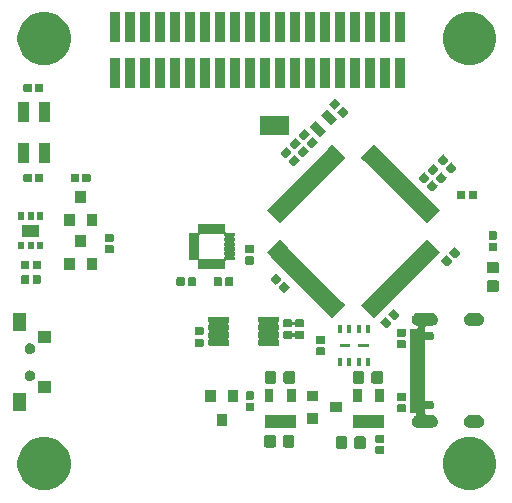
<source format=gbr>
G04 #@! TF.GenerationSoftware,KiCad,Pcbnew,(5.1.6)-1*
G04 #@! TF.CreationDate,2020-10-14T11:51:14+02:00*
G04 #@! TF.ProjectId,DynOSSAT-EDU-OBC,44796e4f-5353-4415-942d-4544552d4f42,rev?*
G04 #@! TF.SameCoordinates,Original*
G04 #@! TF.FileFunction,Soldermask,Top*
G04 #@! TF.FilePolarity,Negative*
%FSLAX46Y46*%
G04 Gerber Fmt 4.6, Leading zero omitted, Abs format (unit mm)*
G04 Created by KiCad (PCBNEW (5.1.6)-1) date 2020-10-14 11:51:14*
%MOMM*%
%LPD*%
G01*
G04 APERTURE LIST*
%ADD10C,0.100000*%
G04 APERTURE END LIST*
D10*
G36*
X145646680Y-103020176D02*
G01*
X146027393Y-103095904D01*
X146437049Y-103265589D01*
X146805729Y-103511934D01*
X147119266Y-103825471D01*
X147365611Y-104194151D01*
X147535296Y-104603807D01*
X147621800Y-105038696D01*
X147621800Y-105482104D01*
X147535296Y-105916993D01*
X147365611Y-106326649D01*
X147119266Y-106695329D01*
X146805729Y-107008866D01*
X146437049Y-107255211D01*
X146027393Y-107424896D01*
X145646680Y-107500624D01*
X145592505Y-107511400D01*
X145149095Y-107511400D01*
X145094920Y-107500624D01*
X144714207Y-107424896D01*
X144304551Y-107255211D01*
X143935871Y-107008866D01*
X143622334Y-106695329D01*
X143375989Y-106326649D01*
X143206304Y-105916993D01*
X143119800Y-105482104D01*
X143119800Y-105038696D01*
X143206304Y-104603807D01*
X143375989Y-104194151D01*
X143622334Y-103825471D01*
X143935871Y-103511934D01*
X144304551Y-103265589D01*
X144714207Y-103095904D01*
X145094920Y-103020176D01*
X145149095Y-103009400D01*
X145592505Y-103009400D01*
X145646680Y-103020176D01*
G37*
G36*
X109646280Y-103020176D02*
G01*
X110026993Y-103095904D01*
X110436649Y-103265589D01*
X110805329Y-103511934D01*
X111118866Y-103825471D01*
X111365211Y-104194151D01*
X111534896Y-104603807D01*
X111621400Y-105038696D01*
X111621400Y-105482104D01*
X111534896Y-105916993D01*
X111365211Y-106326649D01*
X111118866Y-106695329D01*
X110805329Y-107008866D01*
X110436649Y-107255211D01*
X110026993Y-107424896D01*
X109646280Y-107500624D01*
X109592105Y-107511400D01*
X109148695Y-107511400D01*
X109094520Y-107500624D01*
X108713807Y-107424896D01*
X108304151Y-107255211D01*
X107935471Y-107008866D01*
X107621934Y-106695329D01*
X107375589Y-106326649D01*
X107205904Y-105916993D01*
X107119400Y-105482104D01*
X107119400Y-105038696D01*
X107205904Y-104603807D01*
X107375589Y-104194151D01*
X107621934Y-103825471D01*
X107935471Y-103511934D01*
X108304151Y-103265589D01*
X108713807Y-103095904D01*
X109094520Y-103020176D01*
X109148695Y-103009400D01*
X109592105Y-103009400D01*
X109646280Y-103020176D01*
G37*
G36*
X138076938Y-103761016D02*
G01*
X138097557Y-103767271D01*
X138116553Y-103777424D01*
X138133208Y-103791092D01*
X138146876Y-103807747D01*
X138157029Y-103826743D01*
X138163284Y-103847362D01*
X138166000Y-103874940D01*
X138166000Y-104333660D01*
X138163284Y-104361238D01*
X138157029Y-104381857D01*
X138146876Y-104400853D01*
X138133208Y-104417508D01*
X138116553Y-104431176D01*
X138097557Y-104441329D01*
X138076938Y-104447584D01*
X138049360Y-104450300D01*
X137540640Y-104450300D01*
X137513062Y-104447584D01*
X137492443Y-104441329D01*
X137473447Y-104431176D01*
X137456792Y-104417508D01*
X137443124Y-104400853D01*
X137432971Y-104381857D01*
X137426716Y-104361238D01*
X137424000Y-104333660D01*
X137424000Y-103874940D01*
X137426716Y-103847362D01*
X137432971Y-103826743D01*
X137443124Y-103807747D01*
X137456792Y-103791092D01*
X137473447Y-103777424D01*
X137492443Y-103767271D01*
X137513062Y-103761016D01*
X137540640Y-103758300D01*
X138049360Y-103758300D01*
X138076938Y-103761016D01*
G37*
G36*
X134885791Y-102932285D02*
G01*
X134919769Y-102942593D01*
X134951090Y-102959334D01*
X134978539Y-102981861D01*
X135001066Y-103009310D01*
X135017807Y-103040631D01*
X135028115Y-103074609D01*
X135032200Y-103116090D01*
X135032200Y-103792310D01*
X135028115Y-103833791D01*
X135017807Y-103867769D01*
X135001066Y-103899090D01*
X134978539Y-103926539D01*
X134951090Y-103949066D01*
X134919769Y-103965807D01*
X134885791Y-103976115D01*
X134844310Y-103980200D01*
X134243090Y-103980200D01*
X134201609Y-103976115D01*
X134167631Y-103965807D01*
X134136310Y-103949066D01*
X134108861Y-103926539D01*
X134086334Y-103899090D01*
X134069593Y-103867769D01*
X134059285Y-103833791D01*
X134055200Y-103792310D01*
X134055200Y-103116090D01*
X134059285Y-103074609D01*
X134069593Y-103040631D01*
X134086334Y-103009310D01*
X134108861Y-102981861D01*
X134136310Y-102959334D01*
X134167631Y-102942593D01*
X134201609Y-102932285D01*
X134243090Y-102928200D01*
X134844310Y-102928200D01*
X134885791Y-102932285D01*
G37*
G36*
X136460791Y-102932285D02*
G01*
X136494769Y-102942593D01*
X136526090Y-102959334D01*
X136553539Y-102981861D01*
X136576066Y-103009310D01*
X136592807Y-103040631D01*
X136603115Y-103074609D01*
X136607200Y-103116090D01*
X136607200Y-103792310D01*
X136603115Y-103833791D01*
X136592807Y-103867769D01*
X136576066Y-103899090D01*
X136553539Y-103926539D01*
X136526090Y-103949066D01*
X136494769Y-103965807D01*
X136460791Y-103976115D01*
X136419310Y-103980200D01*
X135818090Y-103980200D01*
X135776609Y-103976115D01*
X135742631Y-103965807D01*
X135711310Y-103949066D01*
X135683861Y-103926539D01*
X135661334Y-103899090D01*
X135644593Y-103867769D01*
X135634285Y-103833791D01*
X135630200Y-103792310D01*
X135630200Y-103116090D01*
X135634285Y-103074609D01*
X135644593Y-103040631D01*
X135661334Y-103009310D01*
X135683861Y-102981861D01*
X135711310Y-102959334D01*
X135742631Y-102942593D01*
X135776609Y-102932285D01*
X135818090Y-102928200D01*
X136419310Y-102928200D01*
X136460791Y-102932285D01*
G37*
G36*
X130415591Y-102830685D02*
G01*
X130449569Y-102840993D01*
X130480890Y-102857734D01*
X130508339Y-102880261D01*
X130530866Y-102907710D01*
X130547607Y-102939031D01*
X130557915Y-102973009D01*
X130562000Y-103014490D01*
X130562000Y-103690710D01*
X130557915Y-103732191D01*
X130547607Y-103766169D01*
X130530866Y-103797490D01*
X130508339Y-103824939D01*
X130480890Y-103847466D01*
X130449569Y-103864207D01*
X130415591Y-103874515D01*
X130374110Y-103878600D01*
X129772890Y-103878600D01*
X129731409Y-103874515D01*
X129697431Y-103864207D01*
X129666110Y-103847466D01*
X129638661Y-103824939D01*
X129616134Y-103797490D01*
X129599393Y-103766169D01*
X129589085Y-103732191D01*
X129585000Y-103690710D01*
X129585000Y-103014490D01*
X129589085Y-102973009D01*
X129599393Y-102939031D01*
X129616134Y-102907710D01*
X129638661Y-102880261D01*
X129666110Y-102857734D01*
X129697431Y-102840993D01*
X129731409Y-102830685D01*
X129772890Y-102826600D01*
X130374110Y-102826600D01*
X130415591Y-102830685D01*
G37*
G36*
X128840591Y-102830685D02*
G01*
X128874569Y-102840993D01*
X128905890Y-102857734D01*
X128933339Y-102880261D01*
X128955866Y-102907710D01*
X128972607Y-102939031D01*
X128982915Y-102973009D01*
X128987000Y-103014490D01*
X128987000Y-103690710D01*
X128982915Y-103732191D01*
X128972607Y-103766169D01*
X128955866Y-103797490D01*
X128933339Y-103824939D01*
X128905890Y-103847466D01*
X128874569Y-103864207D01*
X128840591Y-103874515D01*
X128799110Y-103878600D01*
X128197890Y-103878600D01*
X128156409Y-103874515D01*
X128122431Y-103864207D01*
X128091110Y-103847466D01*
X128063661Y-103824939D01*
X128041134Y-103797490D01*
X128024393Y-103766169D01*
X128014085Y-103732191D01*
X128010000Y-103690710D01*
X128010000Y-103014490D01*
X128014085Y-102973009D01*
X128024393Y-102939031D01*
X128041134Y-102907710D01*
X128063661Y-102880261D01*
X128091110Y-102857734D01*
X128122431Y-102840993D01*
X128156409Y-102830685D01*
X128197890Y-102826600D01*
X128799110Y-102826600D01*
X128840591Y-102830685D01*
G37*
G36*
X138076938Y-102791016D02*
G01*
X138097557Y-102797271D01*
X138116553Y-102807424D01*
X138133208Y-102821092D01*
X138146876Y-102837747D01*
X138157029Y-102856743D01*
X138163284Y-102877362D01*
X138166000Y-102904940D01*
X138166000Y-103363660D01*
X138163284Y-103391238D01*
X138157029Y-103411857D01*
X138146876Y-103430853D01*
X138133208Y-103447508D01*
X138116553Y-103461176D01*
X138097557Y-103471329D01*
X138076938Y-103477584D01*
X138049360Y-103480300D01*
X137540640Y-103480300D01*
X137513062Y-103477584D01*
X137492443Y-103471329D01*
X137473447Y-103461176D01*
X137456792Y-103447508D01*
X137443124Y-103430853D01*
X137432971Y-103411857D01*
X137426716Y-103391238D01*
X137424000Y-103363660D01*
X137424000Y-102904940D01*
X137426716Y-102877362D01*
X137432971Y-102856743D01*
X137443124Y-102837747D01*
X137456792Y-102821092D01*
X137473447Y-102807424D01*
X137492443Y-102797271D01*
X137513062Y-102791016D01*
X137540640Y-102788300D01*
X138049360Y-102788300D01*
X138076938Y-102791016D01*
G37*
G36*
X130688200Y-102265000D02*
G01*
X128036200Y-102265000D01*
X128036200Y-101103000D01*
X130688200Y-101103000D01*
X130688200Y-102265000D01*
G37*
G36*
X138181200Y-102265000D02*
G01*
X135529200Y-102265000D01*
X135529200Y-101103000D01*
X138181200Y-101103000D01*
X138181200Y-102265000D01*
G37*
G36*
X146178615Y-101133173D02*
G01*
X146282479Y-101164679D01*
X146309655Y-101179205D01*
X146378200Y-101215843D01*
X146462101Y-101284699D01*
X146530957Y-101368600D01*
X146567595Y-101437145D01*
X146582121Y-101464321D01*
X146613627Y-101568185D01*
X146624266Y-101676200D01*
X146613627Y-101784215D01*
X146582121Y-101888079D01*
X146582119Y-101888082D01*
X146530957Y-101983800D01*
X146462101Y-102067701D01*
X146378200Y-102136557D01*
X146309655Y-102173195D01*
X146282479Y-102187721D01*
X146178615Y-102219227D01*
X146097667Y-102227200D01*
X145443533Y-102227200D01*
X145362585Y-102219227D01*
X145258721Y-102187721D01*
X145231545Y-102173195D01*
X145163000Y-102136557D01*
X145079099Y-102067701D01*
X145010243Y-101983800D01*
X144959081Y-101888082D01*
X144959079Y-101888079D01*
X144927573Y-101784215D01*
X144916934Y-101676200D01*
X144927573Y-101568185D01*
X144959079Y-101464321D01*
X144973605Y-101437145D01*
X145010243Y-101368600D01*
X145079099Y-101284699D01*
X145163000Y-101215843D01*
X145231545Y-101179205D01*
X145258721Y-101164679D01*
X145362585Y-101133173D01*
X145443533Y-101125200D01*
X146097667Y-101125200D01*
X146178615Y-101133173D01*
G37*
G36*
X142248615Y-92489173D02*
G01*
X142352479Y-92520679D01*
X142352894Y-92520901D01*
X142448200Y-92571843D01*
X142532101Y-92640699D01*
X142600957Y-92724600D01*
X142620445Y-92761060D01*
X142652121Y-92820321D01*
X142683627Y-92924185D01*
X142694266Y-93032200D01*
X142683627Y-93140215D01*
X142652121Y-93244079D01*
X142639508Y-93267675D01*
X142600957Y-93339800D01*
X142532101Y-93423701D01*
X142448200Y-93492557D01*
X142389490Y-93523938D01*
X142352479Y-93543721D01*
X142248615Y-93575227D01*
X142167667Y-93583200D01*
X141770099Y-93583200D01*
X141745713Y-93585602D01*
X141722264Y-93592715D01*
X141700653Y-93604266D01*
X141681711Y-93619811D01*
X141666166Y-93638753D01*
X141654615Y-93660364D01*
X141647502Y-93683813D01*
X141645100Y-93708199D01*
X141645100Y-94007722D01*
X141647502Y-94032108D01*
X141654615Y-94055557D01*
X141666166Y-94077168D01*
X141681711Y-94096110D01*
X141700653Y-94111655D01*
X141722264Y-94123206D01*
X141745713Y-94130319D01*
X141770099Y-94132721D01*
X141794485Y-94130319D01*
X141817934Y-94123206D01*
X141839544Y-94111655D01*
X141856994Y-94099995D01*
X141856996Y-94099994D01*
X141856997Y-94099993D01*
X141925425Y-94071650D01*
X141925426Y-94071650D01*
X141925428Y-94071649D01*
X141998066Y-94057200D01*
X142072134Y-94057200D01*
X142144772Y-94071649D01*
X142144774Y-94071650D01*
X142144775Y-94071650D01*
X142213203Y-94099993D01*
X142274786Y-94141142D01*
X142327158Y-94193514D01*
X142368307Y-94255097D01*
X142385876Y-94297514D01*
X142396651Y-94323528D01*
X142411100Y-94396166D01*
X142411100Y-94470234D01*
X142404053Y-94505662D01*
X142396650Y-94542875D01*
X142368307Y-94611303D01*
X142327158Y-94672886D01*
X142274786Y-94725258D01*
X142213203Y-94766407D01*
X142144775Y-94794750D01*
X142144774Y-94794750D01*
X142144772Y-94794751D01*
X142072134Y-94809200D01*
X141998066Y-94809200D01*
X141925428Y-94794751D01*
X141925426Y-94794750D01*
X141925425Y-94794750D01*
X141856997Y-94766407D01*
X141839543Y-94754745D01*
X141817933Y-94743194D01*
X141794484Y-94736081D01*
X141770098Y-94733679D01*
X141745712Y-94736081D01*
X141722263Y-94743194D01*
X141700653Y-94754745D01*
X141681711Y-94770291D01*
X141666166Y-94789233D01*
X141654615Y-94810844D01*
X141647502Y-94834293D01*
X141645100Y-94858678D01*
X141645100Y-99849722D01*
X141647502Y-99874108D01*
X141654615Y-99897557D01*
X141666166Y-99919168D01*
X141681711Y-99938110D01*
X141700653Y-99953655D01*
X141722264Y-99965206D01*
X141745713Y-99972319D01*
X141770099Y-99974721D01*
X141794485Y-99972319D01*
X141817934Y-99965206D01*
X141839544Y-99953655D01*
X141856994Y-99941995D01*
X141856996Y-99941994D01*
X141856997Y-99941993D01*
X141925425Y-99913650D01*
X141925426Y-99913650D01*
X141925428Y-99913649D01*
X141998066Y-99899200D01*
X142072134Y-99899200D01*
X142144772Y-99913649D01*
X142144774Y-99913650D01*
X142144775Y-99913650D01*
X142213203Y-99941993D01*
X142274786Y-99983142D01*
X142327158Y-100035514D01*
X142368307Y-100097097D01*
X142390280Y-100150147D01*
X142396651Y-100165528D01*
X142404999Y-100207496D01*
X142411100Y-100238167D01*
X142411100Y-100312233D01*
X142396650Y-100384875D01*
X142368307Y-100453303D01*
X142327158Y-100514886D01*
X142274786Y-100567258D01*
X142213203Y-100608407D01*
X142144775Y-100636750D01*
X142144774Y-100636750D01*
X142144772Y-100636751D01*
X142072134Y-100651200D01*
X141998066Y-100651200D01*
X141925428Y-100636751D01*
X141925426Y-100636750D01*
X141925425Y-100636750D01*
X141856997Y-100608407D01*
X141839543Y-100596745D01*
X141817933Y-100585194D01*
X141794484Y-100578081D01*
X141770098Y-100575679D01*
X141745712Y-100578081D01*
X141722263Y-100585194D01*
X141700653Y-100596745D01*
X141681711Y-100612291D01*
X141666166Y-100631233D01*
X141654615Y-100652844D01*
X141647502Y-100676293D01*
X141645100Y-100700678D01*
X141645100Y-100996201D01*
X141647502Y-101020587D01*
X141654615Y-101044036D01*
X141666166Y-101065647D01*
X141681711Y-101084589D01*
X141700653Y-101100134D01*
X141722264Y-101111685D01*
X141745713Y-101118798D01*
X141770099Y-101121200D01*
X142167667Y-101121200D01*
X142248615Y-101129173D01*
X142352479Y-101160679D01*
X142359962Y-101164679D01*
X142448200Y-101211843D01*
X142532101Y-101280699D01*
X142600957Y-101364600D01*
X142637595Y-101433145D01*
X142652121Y-101460321D01*
X142683627Y-101564185D01*
X142694266Y-101672200D01*
X142683627Y-101780215D01*
X142652121Y-101884079D01*
X142652119Y-101884082D01*
X142600957Y-101979800D01*
X142532101Y-102063701D01*
X142448200Y-102132557D01*
X142379655Y-102169195D01*
X142352479Y-102183721D01*
X142248615Y-102215227D01*
X142167667Y-102223200D01*
X141013533Y-102223200D01*
X140932585Y-102215227D01*
X140828721Y-102183721D01*
X140801545Y-102169195D01*
X140733000Y-102132557D01*
X140649099Y-102063701D01*
X140580243Y-101979800D01*
X140529081Y-101884082D01*
X140529079Y-101884079D01*
X140497573Y-101780215D01*
X140486934Y-101672200D01*
X140497573Y-101564185D01*
X140529079Y-101460321D01*
X140543605Y-101433145D01*
X140580243Y-101364600D01*
X140649099Y-101280699D01*
X140733000Y-101211843D01*
X140792887Y-101179833D01*
X140828721Y-101160679D01*
X140828724Y-101160678D01*
X140837592Y-101155938D01*
X140857966Y-101142325D01*
X140875293Y-101124998D01*
X140888907Y-101104623D01*
X140898285Y-101081985D01*
X140903065Y-101057951D01*
X140903065Y-101033447D01*
X140898285Y-101009414D01*
X140888907Y-100986775D01*
X140875294Y-100966401D01*
X140857967Y-100949074D01*
X140837592Y-100935460D01*
X140814954Y-100926082D01*
X140790920Y-100921302D01*
X140778668Y-100920700D01*
X140393100Y-100920700D01*
X140393100Y-93820200D01*
X140897479Y-93820200D01*
X140921865Y-93817798D01*
X140945314Y-93810685D01*
X140966925Y-93799134D01*
X140985867Y-93783589D01*
X141001412Y-93764647D01*
X141012963Y-93743036D01*
X141020076Y-93719587D01*
X141022478Y-93695201D01*
X141020076Y-93670815D01*
X141012963Y-93647366D01*
X141001412Y-93625755D01*
X140985867Y-93606813D01*
X140966925Y-93591268D01*
X140945314Y-93579717D01*
X140933764Y-93575584D01*
X140932588Y-93575227D01*
X140932585Y-93575227D01*
X140828721Y-93543721D01*
X140791710Y-93523938D01*
X140733000Y-93492557D01*
X140649099Y-93423701D01*
X140580243Y-93339800D01*
X140541692Y-93267675D01*
X140529079Y-93244079D01*
X140497573Y-93140215D01*
X140486934Y-93032200D01*
X140497573Y-92924185D01*
X140529079Y-92820321D01*
X140560755Y-92761060D01*
X140580243Y-92724600D01*
X140649099Y-92640699D01*
X140733000Y-92571843D01*
X140828306Y-92520901D01*
X140828721Y-92520679D01*
X140932585Y-92489173D01*
X141013533Y-92481200D01*
X142167667Y-92481200D01*
X142248615Y-92489173D01*
G37*
G36*
X124872900Y-102046900D02*
G01*
X123970900Y-102046900D01*
X123970900Y-101044900D01*
X124872900Y-101044900D01*
X124872900Y-102046900D01*
G37*
G36*
X132597000Y-101858000D02*
G01*
X131595000Y-101858000D01*
X131595000Y-100956000D01*
X132597000Y-100956000D01*
X132597000Y-101858000D01*
G37*
G36*
X134597000Y-100908000D02*
G01*
X133595000Y-100908000D01*
X133595000Y-100006000D01*
X134597000Y-100006000D01*
X134597000Y-100908000D01*
G37*
G36*
X139905738Y-100217716D02*
G01*
X139926357Y-100223971D01*
X139945353Y-100234124D01*
X139962008Y-100247792D01*
X139975676Y-100264447D01*
X139985829Y-100283443D01*
X139992084Y-100304062D01*
X139994800Y-100331640D01*
X139994800Y-100790360D01*
X139992084Y-100817938D01*
X139985829Y-100838557D01*
X139975676Y-100857553D01*
X139962008Y-100874208D01*
X139945353Y-100887876D01*
X139926357Y-100898029D01*
X139905738Y-100904284D01*
X139878160Y-100907000D01*
X139369440Y-100907000D01*
X139341862Y-100904284D01*
X139321243Y-100898029D01*
X139302247Y-100887876D01*
X139285592Y-100874208D01*
X139271924Y-100857553D01*
X139261771Y-100838557D01*
X139255516Y-100817938D01*
X139252800Y-100790360D01*
X139252800Y-100331640D01*
X139255516Y-100304062D01*
X139261771Y-100283443D01*
X139271924Y-100264447D01*
X139285592Y-100247792D01*
X139302247Y-100234124D01*
X139321243Y-100223971D01*
X139341862Y-100217716D01*
X139369440Y-100215000D01*
X139878160Y-100215000D01*
X139905738Y-100217716D01*
G37*
G36*
X107823400Y-100823000D02*
G01*
X106721400Y-100823000D01*
X106721400Y-99271000D01*
X107823400Y-99271000D01*
X107823400Y-100823000D01*
G37*
G36*
X127078738Y-100103416D02*
G01*
X127099357Y-100109671D01*
X127118353Y-100119824D01*
X127135008Y-100133492D01*
X127148676Y-100150147D01*
X127158829Y-100169143D01*
X127165084Y-100189762D01*
X127167800Y-100217340D01*
X127167800Y-100676060D01*
X127165084Y-100703638D01*
X127158829Y-100724257D01*
X127148676Y-100743253D01*
X127135008Y-100759908D01*
X127118353Y-100773576D01*
X127099357Y-100783729D01*
X127078738Y-100789984D01*
X127051160Y-100792700D01*
X126542440Y-100792700D01*
X126514862Y-100789984D01*
X126494243Y-100783729D01*
X126475247Y-100773576D01*
X126458592Y-100759908D01*
X126444924Y-100743253D01*
X126434771Y-100724257D01*
X126428516Y-100703638D01*
X126425800Y-100676060D01*
X126425800Y-100217340D01*
X126428516Y-100189762D01*
X126434771Y-100169143D01*
X126444924Y-100150147D01*
X126458592Y-100133492D01*
X126475247Y-100119824D01*
X126494243Y-100109671D01*
X126514862Y-100103416D01*
X126542440Y-100100700D01*
X127051160Y-100100700D01*
X127078738Y-100103416D01*
G37*
G36*
X130688200Y-100065000D02*
G01*
X129936200Y-100065000D01*
X129936200Y-98903000D01*
X130688200Y-98903000D01*
X130688200Y-100065000D01*
G37*
G36*
X138181200Y-100065000D02*
G01*
X137429200Y-100065000D01*
X137429200Y-98903000D01*
X138181200Y-98903000D01*
X138181200Y-100065000D01*
G37*
G36*
X136281200Y-100065000D02*
G01*
X135529200Y-100065000D01*
X135529200Y-98903000D01*
X136281200Y-98903000D01*
X136281200Y-100065000D01*
G37*
G36*
X128788200Y-100065000D02*
G01*
X128036200Y-100065000D01*
X128036200Y-98903000D01*
X128788200Y-98903000D01*
X128788200Y-100065000D01*
G37*
G36*
X125822900Y-100046900D02*
G01*
X124920900Y-100046900D01*
X124920900Y-99044900D01*
X125822900Y-99044900D01*
X125822900Y-100046900D01*
G37*
G36*
X123922900Y-100046900D02*
G01*
X123020900Y-100046900D01*
X123020900Y-99044900D01*
X123922900Y-99044900D01*
X123922900Y-100046900D01*
G37*
G36*
X132597000Y-99958000D02*
G01*
X131595000Y-99958000D01*
X131595000Y-99056000D01*
X132597000Y-99056000D01*
X132597000Y-99958000D01*
G37*
G36*
X139905738Y-99247716D02*
G01*
X139926357Y-99253971D01*
X139945353Y-99264124D01*
X139962008Y-99277792D01*
X139975676Y-99294447D01*
X139985829Y-99313443D01*
X139992084Y-99334062D01*
X139994800Y-99361640D01*
X139994800Y-99820360D01*
X139992084Y-99847938D01*
X139985829Y-99868557D01*
X139975676Y-99887553D01*
X139962008Y-99904208D01*
X139945353Y-99917876D01*
X139926357Y-99928029D01*
X139905738Y-99934284D01*
X139878160Y-99937000D01*
X139369440Y-99937000D01*
X139341862Y-99934284D01*
X139321243Y-99928029D01*
X139302247Y-99917876D01*
X139285592Y-99904208D01*
X139271924Y-99887553D01*
X139261771Y-99868557D01*
X139255516Y-99847938D01*
X139252800Y-99820360D01*
X139252800Y-99361640D01*
X139255516Y-99334062D01*
X139261771Y-99313443D01*
X139271924Y-99294447D01*
X139285592Y-99277792D01*
X139302247Y-99264124D01*
X139321243Y-99253971D01*
X139341862Y-99247716D01*
X139369440Y-99245000D01*
X139878160Y-99245000D01*
X139905738Y-99247716D01*
G37*
G36*
X127078738Y-99133416D02*
G01*
X127099357Y-99139671D01*
X127118353Y-99149824D01*
X127135008Y-99163492D01*
X127148676Y-99180147D01*
X127158829Y-99199143D01*
X127165084Y-99219762D01*
X127167800Y-99247340D01*
X127167800Y-99706060D01*
X127165084Y-99733638D01*
X127158829Y-99754257D01*
X127148676Y-99773253D01*
X127135008Y-99789908D01*
X127118353Y-99803576D01*
X127099357Y-99813729D01*
X127078738Y-99819984D01*
X127051160Y-99822700D01*
X126542440Y-99822700D01*
X126514862Y-99819984D01*
X126494243Y-99813729D01*
X126475247Y-99803576D01*
X126458592Y-99789908D01*
X126444924Y-99773253D01*
X126434771Y-99754257D01*
X126428516Y-99733638D01*
X126425800Y-99706060D01*
X126425800Y-99247340D01*
X126428516Y-99219762D01*
X126434771Y-99199143D01*
X126444924Y-99180147D01*
X126458592Y-99163492D01*
X126475247Y-99149824D01*
X126494243Y-99139671D01*
X126514862Y-99133416D01*
X126542440Y-99130700D01*
X127051160Y-99130700D01*
X127078738Y-99133416D01*
G37*
G36*
X109923400Y-99248000D02*
G01*
X108821400Y-99248000D01*
X108821400Y-98246000D01*
X109923400Y-98246000D01*
X109923400Y-99248000D01*
G37*
G36*
X128891391Y-97420485D02*
G01*
X128925369Y-97430793D01*
X128956690Y-97447534D01*
X128984139Y-97470061D01*
X129006666Y-97497510D01*
X129023407Y-97528831D01*
X129033715Y-97562809D01*
X129037800Y-97604290D01*
X129037800Y-98280510D01*
X129033715Y-98321991D01*
X129023407Y-98355969D01*
X129006666Y-98387290D01*
X128984139Y-98414739D01*
X128956690Y-98437266D01*
X128925369Y-98454007D01*
X128891391Y-98464315D01*
X128849910Y-98468400D01*
X128248690Y-98468400D01*
X128207209Y-98464315D01*
X128173231Y-98454007D01*
X128141910Y-98437266D01*
X128114461Y-98414739D01*
X128091934Y-98387290D01*
X128075193Y-98355969D01*
X128064885Y-98321991D01*
X128060800Y-98280510D01*
X128060800Y-97604290D01*
X128064885Y-97562809D01*
X128075193Y-97528831D01*
X128091934Y-97497510D01*
X128114461Y-97470061D01*
X128141910Y-97447534D01*
X128173231Y-97430793D01*
X128207209Y-97420485D01*
X128248690Y-97416400D01*
X128849910Y-97416400D01*
X128891391Y-97420485D01*
G37*
G36*
X137908691Y-97420485D02*
G01*
X137942669Y-97430793D01*
X137973990Y-97447534D01*
X138001439Y-97470061D01*
X138023966Y-97497510D01*
X138040707Y-97528831D01*
X138051015Y-97562809D01*
X138055100Y-97604290D01*
X138055100Y-98280510D01*
X138051015Y-98321991D01*
X138040707Y-98355969D01*
X138023966Y-98387290D01*
X138001439Y-98414739D01*
X137973990Y-98437266D01*
X137942669Y-98454007D01*
X137908691Y-98464315D01*
X137867210Y-98468400D01*
X137265990Y-98468400D01*
X137224509Y-98464315D01*
X137190531Y-98454007D01*
X137159210Y-98437266D01*
X137131761Y-98414739D01*
X137109234Y-98387290D01*
X137092493Y-98355969D01*
X137082185Y-98321991D01*
X137078100Y-98280510D01*
X137078100Y-97604290D01*
X137082185Y-97562809D01*
X137092493Y-97528831D01*
X137109234Y-97497510D01*
X137131761Y-97470061D01*
X137159210Y-97447534D01*
X137190531Y-97430793D01*
X137224509Y-97420485D01*
X137265990Y-97416400D01*
X137867210Y-97416400D01*
X137908691Y-97420485D01*
G37*
G36*
X130466391Y-97420485D02*
G01*
X130500369Y-97430793D01*
X130531690Y-97447534D01*
X130559139Y-97470061D01*
X130581666Y-97497510D01*
X130598407Y-97528831D01*
X130608715Y-97562809D01*
X130612800Y-97604290D01*
X130612800Y-98280510D01*
X130608715Y-98321991D01*
X130598407Y-98355969D01*
X130581666Y-98387290D01*
X130559139Y-98414739D01*
X130531690Y-98437266D01*
X130500369Y-98454007D01*
X130466391Y-98464315D01*
X130424910Y-98468400D01*
X129823690Y-98468400D01*
X129782209Y-98464315D01*
X129748231Y-98454007D01*
X129716910Y-98437266D01*
X129689461Y-98414739D01*
X129666934Y-98387290D01*
X129650193Y-98355969D01*
X129639885Y-98321991D01*
X129635800Y-98280510D01*
X129635800Y-97604290D01*
X129639885Y-97562809D01*
X129650193Y-97528831D01*
X129666934Y-97497510D01*
X129689461Y-97470061D01*
X129716910Y-97447534D01*
X129748231Y-97430793D01*
X129782209Y-97420485D01*
X129823690Y-97416400D01*
X130424910Y-97416400D01*
X130466391Y-97420485D01*
G37*
G36*
X136333691Y-97420485D02*
G01*
X136367669Y-97430793D01*
X136398990Y-97447534D01*
X136426439Y-97470061D01*
X136448966Y-97497510D01*
X136465707Y-97528831D01*
X136476015Y-97562809D01*
X136480100Y-97604290D01*
X136480100Y-98280510D01*
X136476015Y-98321991D01*
X136465707Y-98355969D01*
X136448966Y-98387290D01*
X136426439Y-98414739D01*
X136398990Y-98437266D01*
X136367669Y-98454007D01*
X136333691Y-98464315D01*
X136292210Y-98468400D01*
X135690990Y-98468400D01*
X135649509Y-98464315D01*
X135615531Y-98454007D01*
X135584210Y-98437266D01*
X135556761Y-98414739D01*
X135534234Y-98387290D01*
X135517493Y-98355969D01*
X135507185Y-98321991D01*
X135503100Y-98280510D01*
X135503100Y-97604290D01*
X135507185Y-97562809D01*
X135517493Y-97528831D01*
X135534234Y-97497510D01*
X135556761Y-97470061D01*
X135584210Y-97447534D01*
X135615531Y-97430793D01*
X135649509Y-97420485D01*
X135690990Y-97416400D01*
X136292210Y-97416400D01*
X136333691Y-97420485D01*
G37*
G36*
X108303952Y-97363331D02*
G01*
X108386027Y-97397328D01*
X108386029Y-97397329D01*
X108420684Y-97420485D01*
X108459895Y-97446685D01*
X108522715Y-97509505D01*
X108572072Y-97583373D01*
X108606069Y-97665448D01*
X108623400Y-97752579D01*
X108623400Y-97841421D01*
X108606069Y-97928552D01*
X108572072Y-98010627D01*
X108572071Y-98010629D01*
X108522714Y-98084496D01*
X108459896Y-98147314D01*
X108386029Y-98196671D01*
X108386028Y-98196672D01*
X108386027Y-98196672D01*
X108303952Y-98230669D01*
X108216821Y-98248000D01*
X108127979Y-98248000D01*
X108040848Y-98230669D01*
X107958773Y-98196672D01*
X107958772Y-98196672D01*
X107958771Y-98196671D01*
X107884904Y-98147314D01*
X107822086Y-98084496D01*
X107772729Y-98010629D01*
X107772728Y-98010627D01*
X107738731Y-97928552D01*
X107721400Y-97841421D01*
X107721400Y-97752579D01*
X107738731Y-97665448D01*
X107772728Y-97583373D01*
X107822085Y-97509505D01*
X107884905Y-97446685D01*
X107924116Y-97420485D01*
X107958771Y-97397329D01*
X107958773Y-97397328D01*
X108040848Y-97363331D01*
X108127979Y-97346000D01*
X108216821Y-97346000D01*
X108303952Y-97363331D01*
G37*
G36*
X136179400Y-96975600D02*
G01*
X135827400Y-96975600D01*
X135827400Y-96273600D01*
X136179400Y-96273600D01*
X136179400Y-96975600D01*
G37*
G36*
X134579400Y-96975600D02*
G01*
X134227400Y-96975600D01*
X134227400Y-96273600D01*
X134579400Y-96273600D01*
X134579400Y-96975600D01*
G37*
G36*
X136979400Y-96975600D02*
G01*
X136627400Y-96975600D01*
X136627400Y-96273600D01*
X136979400Y-96273600D01*
X136979400Y-96975600D01*
G37*
G36*
X135379400Y-96975600D02*
G01*
X135027400Y-96975600D01*
X135027400Y-96273600D01*
X135379400Y-96273600D01*
X135379400Y-96975600D01*
G37*
G36*
X133047738Y-95389316D02*
G01*
X133068357Y-95395571D01*
X133087353Y-95405724D01*
X133104008Y-95419392D01*
X133117676Y-95436047D01*
X133127829Y-95455043D01*
X133134084Y-95475662D01*
X133136800Y-95503240D01*
X133136800Y-95961960D01*
X133134084Y-95989538D01*
X133127829Y-96010157D01*
X133117676Y-96029153D01*
X133104008Y-96045808D01*
X133087353Y-96059476D01*
X133068357Y-96069629D01*
X133047738Y-96075884D01*
X133020160Y-96078600D01*
X132511440Y-96078600D01*
X132483862Y-96075884D01*
X132463243Y-96069629D01*
X132444247Y-96059476D01*
X132427592Y-96045808D01*
X132413924Y-96029153D01*
X132403771Y-96010157D01*
X132397516Y-95989538D01*
X132394800Y-95961960D01*
X132394800Y-95503240D01*
X132397516Y-95475662D01*
X132403771Y-95455043D01*
X132413924Y-95436047D01*
X132427592Y-95419392D01*
X132444247Y-95405724D01*
X132463243Y-95395571D01*
X132483862Y-95389316D01*
X132511440Y-95386600D01*
X133020160Y-95386600D01*
X133047738Y-95389316D01*
G37*
G36*
X108303952Y-95063331D02*
G01*
X108381447Y-95095431D01*
X108386029Y-95097329D01*
X108389471Y-95099629D01*
X108459895Y-95146685D01*
X108522715Y-95209505D01*
X108535384Y-95228465D01*
X108561476Y-95267514D01*
X108572072Y-95283373D01*
X108606069Y-95365448D01*
X108623400Y-95452579D01*
X108623400Y-95541421D01*
X108606069Y-95628552D01*
X108572072Y-95710627D01*
X108572071Y-95710629D01*
X108522714Y-95784496D01*
X108459896Y-95847314D01*
X108386029Y-95896671D01*
X108386028Y-95896672D01*
X108386027Y-95896672D01*
X108303952Y-95930669D01*
X108216821Y-95948000D01*
X108127979Y-95948000D01*
X108040848Y-95930669D01*
X107958773Y-95896672D01*
X107958772Y-95896672D01*
X107958771Y-95896671D01*
X107884904Y-95847314D01*
X107822086Y-95784496D01*
X107772729Y-95710629D01*
X107772728Y-95710627D01*
X107738731Y-95628552D01*
X107721400Y-95541421D01*
X107721400Y-95452579D01*
X107738731Y-95365448D01*
X107772728Y-95283373D01*
X107783325Y-95267514D01*
X107809416Y-95228465D01*
X107822085Y-95209505D01*
X107884905Y-95146685D01*
X107955329Y-95099629D01*
X107958771Y-95097329D01*
X107963353Y-95095431D01*
X108040848Y-95063331D01*
X108127979Y-95046000D01*
X108216821Y-95046000D01*
X108303952Y-95063331D01*
G37*
G36*
X139905738Y-94782116D02*
G01*
X139926357Y-94788371D01*
X139945353Y-94798524D01*
X139962008Y-94812192D01*
X139975676Y-94828847D01*
X139985829Y-94847843D01*
X139992084Y-94868462D01*
X139994800Y-94896040D01*
X139994800Y-95354760D01*
X139992084Y-95382338D01*
X139985829Y-95402957D01*
X139975676Y-95421953D01*
X139962008Y-95438608D01*
X139945353Y-95452276D01*
X139926357Y-95462429D01*
X139905738Y-95468684D01*
X139878160Y-95471400D01*
X139369440Y-95471400D01*
X139341862Y-95468684D01*
X139321243Y-95462429D01*
X139302247Y-95452276D01*
X139285592Y-95438608D01*
X139271924Y-95421953D01*
X139261771Y-95402957D01*
X139255516Y-95382338D01*
X139252800Y-95354760D01*
X139252800Y-94896040D01*
X139255516Y-94868462D01*
X139261771Y-94847843D01*
X139271924Y-94828847D01*
X139285592Y-94812192D01*
X139302247Y-94798524D01*
X139321243Y-94788371D01*
X139341862Y-94782116D01*
X139369440Y-94779400D01*
X139878160Y-94779400D01*
X139905738Y-94782116D01*
G37*
G36*
X136874400Y-95375600D02*
G01*
X135972400Y-95375600D01*
X135972400Y-95073600D01*
X136874400Y-95073600D01*
X136874400Y-95375600D01*
G37*
G36*
X135299600Y-95375600D02*
G01*
X134397600Y-95375600D01*
X134397600Y-95073600D01*
X135299600Y-95073600D01*
X135299600Y-95375600D01*
G37*
G36*
X122786138Y-94655116D02*
G01*
X122806757Y-94661371D01*
X122825753Y-94671524D01*
X122842408Y-94685192D01*
X122856076Y-94701847D01*
X122866229Y-94720843D01*
X122872484Y-94741462D01*
X122875200Y-94769040D01*
X122875200Y-95227760D01*
X122872484Y-95255338D01*
X122866229Y-95275957D01*
X122856076Y-95294953D01*
X122842408Y-95311608D01*
X122825753Y-95325276D01*
X122806757Y-95335429D01*
X122786138Y-95341684D01*
X122758560Y-95344400D01*
X122249840Y-95344400D01*
X122222262Y-95341684D01*
X122201643Y-95335429D01*
X122182647Y-95325276D01*
X122165992Y-95311608D01*
X122152324Y-95294953D01*
X122142171Y-95275957D01*
X122135916Y-95255338D01*
X122133200Y-95227760D01*
X122133200Y-94769040D01*
X122135916Y-94741462D01*
X122142171Y-94720843D01*
X122152324Y-94701847D01*
X122165992Y-94685192D01*
X122182647Y-94671524D01*
X122201643Y-94661371D01*
X122222262Y-94655116D01*
X122249840Y-94652400D01*
X122758560Y-94652400D01*
X122786138Y-94655116D01*
G37*
G36*
X129188570Y-92806603D02*
G01*
X129200275Y-92810154D01*
X129211065Y-92815921D01*
X129220519Y-92823681D01*
X129228279Y-92833135D01*
X129234046Y-92843925D01*
X129237597Y-92855630D01*
X129239400Y-92873938D01*
X129239400Y-93237662D01*
X129237597Y-93255970D01*
X129234046Y-93267675D01*
X129228279Y-93278465D01*
X129216770Y-93292488D01*
X129207755Y-93301504D01*
X129194141Y-93321878D01*
X129184765Y-93344517D01*
X129179985Y-93368551D01*
X129179985Y-93393055D01*
X129184766Y-93417088D01*
X129194144Y-93439726D01*
X129207758Y-93460101D01*
X129216774Y-93469117D01*
X129228279Y-93483135D01*
X129234046Y-93493925D01*
X129237597Y-93505630D01*
X129239400Y-93523938D01*
X129239400Y-93887662D01*
X129237597Y-93905970D01*
X129234046Y-93917675D01*
X129228279Y-93928465D01*
X129216770Y-93942488D01*
X129207755Y-93951504D01*
X129194141Y-93971878D01*
X129184765Y-93994517D01*
X129179985Y-94018551D01*
X129179985Y-94043055D01*
X129184766Y-94067088D01*
X129194144Y-94089726D01*
X129207758Y-94110101D01*
X129216774Y-94119117D01*
X129228279Y-94133135D01*
X129234046Y-94143925D01*
X129237597Y-94155630D01*
X129239400Y-94173938D01*
X129239400Y-94537662D01*
X129237597Y-94555970D01*
X129234046Y-94567675D01*
X129228279Y-94578465D01*
X129216770Y-94592488D01*
X129207755Y-94601504D01*
X129194141Y-94621878D01*
X129184765Y-94644517D01*
X129179985Y-94668551D01*
X129179985Y-94693055D01*
X129184766Y-94717088D01*
X129194144Y-94739726D01*
X129207758Y-94760101D01*
X129216774Y-94769117D01*
X129228279Y-94783135D01*
X129234046Y-94793925D01*
X129237597Y-94805630D01*
X129239400Y-94823938D01*
X129239400Y-95187662D01*
X129237597Y-95205970D01*
X129234046Y-95217675D01*
X129228279Y-95228465D01*
X129220519Y-95237919D01*
X129211065Y-95245679D01*
X129200275Y-95251446D01*
X129188570Y-95254997D01*
X129170262Y-95256800D01*
X127581538Y-95256800D01*
X127563230Y-95254997D01*
X127551525Y-95251446D01*
X127540735Y-95245679D01*
X127531281Y-95237919D01*
X127523521Y-95228465D01*
X127517754Y-95217675D01*
X127514203Y-95205970D01*
X127512400Y-95187662D01*
X127512400Y-94823938D01*
X127514203Y-94805630D01*
X127517754Y-94793925D01*
X127523521Y-94783135D01*
X127535030Y-94769112D01*
X127544045Y-94760096D01*
X127557659Y-94739722D01*
X127567035Y-94717083D01*
X127571815Y-94693049D01*
X127571815Y-94668545D01*
X127567034Y-94644512D01*
X127557656Y-94621874D01*
X127544042Y-94601499D01*
X127535026Y-94592483D01*
X127523521Y-94578465D01*
X127517754Y-94567675D01*
X127514203Y-94555970D01*
X127512400Y-94537662D01*
X127512400Y-94173938D01*
X127514203Y-94155630D01*
X127517754Y-94143925D01*
X127523521Y-94133135D01*
X127535030Y-94119112D01*
X127544045Y-94110096D01*
X127557659Y-94089722D01*
X127567035Y-94067083D01*
X127571815Y-94043049D01*
X127571815Y-94018545D01*
X127567034Y-93994512D01*
X127557656Y-93971874D01*
X127544042Y-93951499D01*
X127535026Y-93942483D01*
X127523521Y-93928465D01*
X127517754Y-93917675D01*
X127514203Y-93905970D01*
X127512400Y-93887662D01*
X127512400Y-93523938D01*
X127514203Y-93505630D01*
X127517754Y-93493925D01*
X127523521Y-93483135D01*
X127535030Y-93469112D01*
X127544045Y-93460096D01*
X127557659Y-93439722D01*
X127567035Y-93417083D01*
X127571815Y-93393049D01*
X127571815Y-93368545D01*
X127567034Y-93344512D01*
X127557656Y-93321874D01*
X127544042Y-93301499D01*
X127535026Y-93292483D01*
X127523521Y-93278465D01*
X127517754Y-93267675D01*
X127514203Y-93255970D01*
X127512400Y-93237662D01*
X127512400Y-92873938D01*
X127514203Y-92855630D01*
X127517754Y-92843925D01*
X127523521Y-92833135D01*
X127531281Y-92823681D01*
X127540735Y-92815921D01*
X127551525Y-92810154D01*
X127563230Y-92806603D01*
X127581538Y-92804800D01*
X129170262Y-92804800D01*
X129188570Y-92806603D01*
G37*
G36*
X124963570Y-92806603D02*
G01*
X124975275Y-92810154D01*
X124986065Y-92815921D01*
X124995519Y-92823681D01*
X125003279Y-92833135D01*
X125009046Y-92843925D01*
X125012597Y-92855630D01*
X125014400Y-92873938D01*
X125014400Y-93237662D01*
X125012597Y-93255970D01*
X125009046Y-93267675D01*
X125003279Y-93278465D01*
X124991770Y-93292488D01*
X124982755Y-93301504D01*
X124969141Y-93321878D01*
X124959765Y-93344517D01*
X124954985Y-93368551D01*
X124954985Y-93393055D01*
X124959766Y-93417088D01*
X124969144Y-93439726D01*
X124982758Y-93460101D01*
X124991774Y-93469117D01*
X125003279Y-93483135D01*
X125009046Y-93493925D01*
X125012597Y-93505630D01*
X125014400Y-93523938D01*
X125014400Y-93887662D01*
X125012597Y-93905970D01*
X125009046Y-93917675D01*
X125003279Y-93928465D01*
X124991770Y-93942488D01*
X124982755Y-93951504D01*
X124969141Y-93971878D01*
X124959765Y-93994517D01*
X124954985Y-94018551D01*
X124954985Y-94043055D01*
X124959766Y-94067088D01*
X124969144Y-94089726D01*
X124982758Y-94110101D01*
X124991774Y-94119117D01*
X125003279Y-94133135D01*
X125009046Y-94143925D01*
X125012597Y-94155630D01*
X125014400Y-94173938D01*
X125014400Y-94537662D01*
X125012597Y-94555970D01*
X125009046Y-94567675D01*
X125003279Y-94578465D01*
X124991770Y-94592488D01*
X124982755Y-94601504D01*
X124969141Y-94621878D01*
X124959765Y-94644517D01*
X124954985Y-94668551D01*
X124954985Y-94693055D01*
X124959766Y-94717088D01*
X124969144Y-94739726D01*
X124982758Y-94760101D01*
X124991774Y-94769117D01*
X125003279Y-94783135D01*
X125009046Y-94793925D01*
X125012597Y-94805630D01*
X125014400Y-94823938D01*
X125014400Y-95187662D01*
X125012597Y-95205970D01*
X125009046Y-95217675D01*
X125003279Y-95228465D01*
X124995519Y-95237919D01*
X124986065Y-95245679D01*
X124975275Y-95251446D01*
X124963570Y-95254997D01*
X124945262Y-95256800D01*
X123356538Y-95256800D01*
X123338230Y-95254997D01*
X123326525Y-95251446D01*
X123315735Y-95245679D01*
X123306281Y-95237919D01*
X123298521Y-95228465D01*
X123292754Y-95217675D01*
X123289203Y-95205970D01*
X123287400Y-95187662D01*
X123287400Y-94823938D01*
X123289203Y-94805630D01*
X123292754Y-94793925D01*
X123298521Y-94783135D01*
X123310030Y-94769112D01*
X123319045Y-94760096D01*
X123332659Y-94739722D01*
X123342035Y-94717083D01*
X123346815Y-94693049D01*
X123346815Y-94668545D01*
X123342034Y-94644512D01*
X123332656Y-94621874D01*
X123319042Y-94601499D01*
X123310026Y-94592483D01*
X123298521Y-94578465D01*
X123292754Y-94567675D01*
X123289203Y-94555970D01*
X123287400Y-94537662D01*
X123287400Y-94173938D01*
X123289203Y-94155630D01*
X123292754Y-94143925D01*
X123298521Y-94133135D01*
X123310030Y-94119112D01*
X123319045Y-94110096D01*
X123332659Y-94089722D01*
X123342035Y-94067083D01*
X123346815Y-94043049D01*
X123346815Y-94018545D01*
X123342034Y-93994512D01*
X123332656Y-93971874D01*
X123319042Y-93951499D01*
X123310026Y-93942483D01*
X123298521Y-93928465D01*
X123292754Y-93917675D01*
X123289203Y-93905970D01*
X123287400Y-93887662D01*
X123287400Y-93523938D01*
X123289203Y-93505630D01*
X123292754Y-93493925D01*
X123298521Y-93483135D01*
X123310030Y-93469112D01*
X123319045Y-93460096D01*
X123332659Y-93439722D01*
X123342035Y-93417083D01*
X123346815Y-93393049D01*
X123346815Y-93368545D01*
X123342034Y-93344512D01*
X123332656Y-93321874D01*
X123319042Y-93301499D01*
X123310026Y-93292483D01*
X123298521Y-93278465D01*
X123292754Y-93267675D01*
X123289203Y-93255970D01*
X123287400Y-93237662D01*
X123287400Y-92873938D01*
X123289203Y-92855630D01*
X123292754Y-92843925D01*
X123298521Y-92833135D01*
X123306281Y-92823681D01*
X123315735Y-92815921D01*
X123326525Y-92810154D01*
X123338230Y-92806603D01*
X123356538Y-92804800D01*
X124945262Y-92804800D01*
X124963570Y-92806603D01*
G37*
G36*
X133047738Y-94419316D02*
G01*
X133068357Y-94425571D01*
X133087353Y-94435724D01*
X133104008Y-94449392D01*
X133117676Y-94466047D01*
X133127829Y-94485043D01*
X133134084Y-94505662D01*
X133136800Y-94533240D01*
X133136800Y-94991960D01*
X133134084Y-95019538D01*
X133127829Y-95040157D01*
X133117676Y-95059153D01*
X133104008Y-95075808D01*
X133087353Y-95089476D01*
X133068357Y-95099629D01*
X133047738Y-95105884D01*
X133020160Y-95108600D01*
X132511440Y-95108600D01*
X132483862Y-95105884D01*
X132463243Y-95099629D01*
X132444247Y-95089476D01*
X132427592Y-95075808D01*
X132413924Y-95059153D01*
X132403771Y-95040157D01*
X132397516Y-95019538D01*
X132394800Y-94991960D01*
X132394800Y-94533240D01*
X132397516Y-94505662D01*
X132403771Y-94485043D01*
X132413924Y-94466047D01*
X132427592Y-94449392D01*
X132444247Y-94435724D01*
X132463243Y-94425571D01*
X132483862Y-94419316D01*
X132511440Y-94416600D01*
X133020160Y-94416600D01*
X133047738Y-94419316D01*
G37*
G36*
X109923400Y-95048000D02*
G01*
X108821400Y-95048000D01*
X108821400Y-94046000D01*
X109923400Y-94046000D01*
X109923400Y-95048000D01*
G37*
G36*
X130279138Y-93994716D02*
G01*
X130299757Y-94000971D01*
X130318753Y-94011124D01*
X130335408Y-94024792D01*
X130349076Y-94041447D01*
X130359229Y-94060443D01*
X130365484Y-94081062D01*
X130368103Y-94107655D01*
X130372883Y-94131688D01*
X130382261Y-94154327D01*
X130395874Y-94174701D01*
X130413201Y-94192028D01*
X130433576Y-94205642D01*
X130456214Y-94215019D01*
X130480248Y-94219800D01*
X130504752Y-94219800D01*
X130528785Y-94215020D01*
X130551424Y-94205642D01*
X130571798Y-94192029D01*
X130589125Y-94174702D01*
X130602739Y-94154327D01*
X130612116Y-94131689D01*
X130616897Y-94107655D01*
X130619516Y-94081062D01*
X130625771Y-94060443D01*
X130635924Y-94041447D01*
X130649592Y-94024792D01*
X130666247Y-94011124D01*
X130685243Y-94000971D01*
X130705862Y-93994716D01*
X130733440Y-93992000D01*
X131242160Y-93992000D01*
X131269738Y-93994716D01*
X131290357Y-94000971D01*
X131309353Y-94011124D01*
X131326008Y-94024792D01*
X131339676Y-94041447D01*
X131349829Y-94060443D01*
X131356084Y-94081062D01*
X131358800Y-94108640D01*
X131358800Y-94567360D01*
X131356084Y-94594938D01*
X131349829Y-94615557D01*
X131339676Y-94634553D01*
X131326008Y-94651208D01*
X131309353Y-94664876D01*
X131290357Y-94675029D01*
X131269738Y-94681284D01*
X131242160Y-94684000D01*
X130733440Y-94684000D01*
X130705862Y-94681284D01*
X130685243Y-94675029D01*
X130666247Y-94664876D01*
X130649592Y-94651208D01*
X130635924Y-94634553D01*
X130625771Y-94615557D01*
X130619516Y-94594938D01*
X130616897Y-94568345D01*
X130612117Y-94544312D01*
X130602739Y-94521673D01*
X130589126Y-94501299D01*
X130571799Y-94483972D01*
X130551424Y-94470358D01*
X130528786Y-94460981D01*
X130504752Y-94456200D01*
X130480248Y-94456200D01*
X130456215Y-94460980D01*
X130433576Y-94470358D01*
X130413202Y-94483971D01*
X130395875Y-94501298D01*
X130382261Y-94521673D01*
X130372884Y-94544311D01*
X130368103Y-94568345D01*
X130365484Y-94594938D01*
X130359229Y-94615557D01*
X130349076Y-94634553D01*
X130335408Y-94651208D01*
X130318753Y-94664876D01*
X130299757Y-94675029D01*
X130279138Y-94681284D01*
X130251560Y-94684000D01*
X129742840Y-94684000D01*
X129715262Y-94681284D01*
X129694643Y-94675029D01*
X129675647Y-94664876D01*
X129658992Y-94651208D01*
X129645324Y-94634553D01*
X129635171Y-94615557D01*
X129628916Y-94594938D01*
X129626200Y-94567360D01*
X129626200Y-94108640D01*
X129628916Y-94081062D01*
X129635171Y-94060443D01*
X129645324Y-94041447D01*
X129658992Y-94024792D01*
X129675647Y-94011124D01*
X129694643Y-94000971D01*
X129715262Y-93994716D01*
X129742840Y-93992000D01*
X130251560Y-93992000D01*
X130279138Y-93994716D01*
G37*
G36*
X139905738Y-93812116D02*
G01*
X139926357Y-93818371D01*
X139945353Y-93828524D01*
X139962008Y-93842192D01*
X139975676Y-93858847D01*
X139985829Y-93877843D01*
X139992084Y-93898462D01*
X139994800Y-93926040D01*
X139994800Y-94384760D01*
X139992084Y-94412338D01*
X139985829Y-94432957D01*
X139975676Y-94451953D01*
X139962008Y-94468608D01*
X139945353Y-94482276D01*
X139926357Y-94492429D01*
X139905738Y-94498684D01*
X139878160Y-94501400D01*
X139369440Y-94501400D01*
X139341862Y-94498684D01*
X139321243Y-94492429D01*
X139302247Y-94482276D01*
X139285592Y-94468608D01*
X139271924Y-94451953D01*
X139261771Y-94432957D01*
X139255516Y-94412338D01*
X139252800Y-94384760D01*
X139252800Y-93926040D01*
X139255516Y-93898462D01*
X139261771Y-93877843D01*
X139271924Y-93858847D01*
X139285592Y-93842192D01*
X139302247Y-93828524D01*
X139321243Y-93818371D01*
X139341862Y-93812116D01*
X139369440Y-93809400D01*
X139878160Y-93809400D01*
X139905738Y-93812116D01*
G37*
G36*
X122786138Y-93685116D02*
G01*
X122806757Y-93691371D01*
X122825753Y-93701524D01*
X122842408Y-93715192D01*
X122856076Y-93731847D01*
X122866229Y-93750843D01*
X122872484Y-93771462D01*
X122875200Y-93799040D01*
X122875200Y-94257760D01*
X122872484Y-94285338D01*
X122866229Y-94305957D01*
X122856076Y-94324953D01*
X122842408Y-94341608D01*
X122825753Y-94355276D01*
X122806757Y-94365429D01*
X122786138Y-94371684D01*
X122758560Y-94374400D01*
X122249840Y-94374400D01*
X122222262Y-94371684D01*
X122201643Y-94365429D01*
X122182647Y-94355276D01*
X122165992Y-94341608D01*
X122152324Y-94324953D01*
X122142171Y-94305957D01*
X122135916Y-94285338D01*
X122133200Y-94257760D01*
X122133200Y-93799040D01*
X122135916Y-93771462D01*
X122142171Y-93750843D01*
X122152324Y-93731847D01*
X122165992Y-93715192D01*
X122182647Y-93701524D01*
X122201643Y-93691371D01*
X122222262Y-93685116D01*
X122249840Y-93682400D01*
X122758560Y-93682400D01*
X122786138Y-93685116D01*
G37*
G36*
X136179400Y-94175600D02*
G01*
X135827400Y-94175600D01*
X135827400Y-93473600D01*
X136179400Y-93473600D01*
X136179400Y-94175600D01*
G37*
G36*
X134579400Y-94175600D02*
G01*
X134227400Y-94175600D01*
X134227400Y-93473600D01*
X134579400Y-93473600D01*
X134579400Y-94175600D01*
G37*
G36*
X135379400Y-94175600D02*
G01*
X135027400Y-94175600D01*
X135027400Y-93473600D01*
X135379400Y-93473600D01*
X135379400Y-94175600D01*
G37*
G36*
X136979400Y-94175600D02*
G01*
X136627400Y-94175600D01*
X136627400Y-93473600D01*
X136979400Y-93473600D01*
X136979400Y-94175600D01*
G37*
G36*
X107823400Y-94023000D02*
G01*
X106721400Y-94023000D01*
X106721400Y-92471000D01*
X107823400Y-92471000D01*
X107823400Y-94023000D01*
G37*
G36*
X138294013Y-92848438D02*
G01*
X138314632Y-92854693D01*
X138333628Y-92864846D01*
X138355049Y-92882426D01*
X138714774Y-93242151D01*
X138732354Y-93263572D01*
X138742507Y-93282568D01*
X138748762Y-93303187D01*
X138750873Y-93324625D01*
X138748762Y-93346063D01*
X138742507Y-93366682D01*
X138732354Y-93385678D01*
X138714774Y-93407099D01*
X138390405Y-93731468D01*
X138368984Y-93749048D01*
X138349988Y-93759201D01*
X138329369Y-93765456D01*
X138307931Y-93767567D01*
X138286493Y-93765456D01*
X138265874Y-93759201D01*
X138246878Y-93749048D01*
X138225457Y-93731468D01*
X137865732Y-93371743D01*
X137848152Y-93350322D01*
X137837999Y-93331326D01*
X137831744Y-93310707D01*
X137829633Y-93289269D01*
X137831744Y-93267831D01*
X137837999Y-93247212D01*
X137848152Y-93228216D01*
X137865732Y-93206795D01*
X138190101Y-92882426D01*
X138211522Y-92864846D01*
X138230518Y-92854693D01*
X138251137Y-92848438D01*
X138272575Y-92846327D01*
X138294013Y-92848438D01*
G37*
G36*
X130279138Y-93024716D02*
G01*
X130299757Y-93030971D01*
X130318753Y-93041124D01*
X130335408Y-93054792D01*
X130349076Y-93071447D01*
X130359229Y-93090443D01*
X130365484Y-93111062D01*
X130368103Y-93137655D01*
X130372883Y-93161688D01*
X130382261Y-93184327D01*
X130395874Y-93204701D01*
X130413201Y-93222028D01*
X130433576Y-93235642D01*
X130456214Y-93245019D01*
X130480248Y-93249800D01*
X130504752Y-93249800D01*
X130528785Y-93245020D01*
X130551424Y-93235642D01*
X130571798Y-93222029D01*
X130589125Y-93204702D01*
X130602739Y-93184327D01*
X130612116Y-93161689D01*
X130616897Y-93137655D01*
X130619516Y-93111062D01*
X130625771Y-93090443D01*
X130635924Y-93071447D01*
X130649592Y-93054792D01*
X130666247Y-93041124D01*
X130685243Y-93030971D01*
X130705862Y-93024716D01*
X130733440Y-93022000D01*
X131242160Y-93022000D01*
X131269738Y-93024716D01*
X131290357Y-93030971D01*
X131309353Y-93041124D01*
X131326008Y-93054792D01*
X131339676Y-93071447D01*
X131349829Y-93090443D01*
X131356084Y-93111062D01*
X131358800Y-93138640D01*
X131358800Y-93597360D01*
X131356084Y-93624938D01*
X131349829Y-93645557D01*
X131339676Y-93664553D01*
X131326008Y-93681208D01*
X131309353Y-93694876D01*
X131290357Y-93705029D01*
X131269738Y-93711284D01*
X131242160Y-93714000D01*
X130733440Y-93714000D01*
X130705862Y-93711284D01*
X130685243Y-93705029D01*
X130666247Y-93694876D01*
X130649592Y-93681208D01*
X130635924Y-93664553D01*
X130625771Y-93645557D01*
X130619516Y-93624938D01*
X130616897Y-93598345D01*
X130612117Y-93574312D01*
X130602739Y-93551673D01*
X130589126Y-93531299D01*
X130571799Y-93513972D01*
X130551424Y-93500358D01*
X130528786Y-93490981D01*
X130504752Y-93486200D01*
X130480248Y-93486200D01*
X130456215Y-93490980D01*
X130433576Y-93500358D01*
X130413202Y-93513971D01*
X130395875Y-93531298D01*
X130382261Y-93551673D01*
X130372884Y-93574311D01*
X130368103Y-93598345D01*
X130365484Y-93624938D01*
X130359229Y-93645557D01*
X130349076Y-93664553D01*
X130335408Y-93681208D01*
X130318753Y-93694876D01*
X130299757Y-93705029D01*
X130279138Y-93711284D01*
X130251560Y-93714000D01*
X129742840Y-93714000D01*
X129715262Y-93711284D01*
X129694643Y-93705029D01*
X129675647Y-93694876D01*
X129658992Y-93681208D01*
X129645324Y-93664553D01*
X129635171Y-93645557D01*
X129628916Y-93624938D01*
X129626200Y-93597360D01*
X129626200Y-93138640D01*
X129628916Y-93111062D01*
X129635171Y-93090443D01*
X129645324Y-93071447D01*
X129658992Y-93054792D01*
X129675647Y-93041124D01*
X129694643Y-93030971D01*
X129715262Y-93024716D01*
X129742840Y-93022000D01*
X130251560Y-93022000D01*
X130279138Y-93024716D01*
G37*
G36*
X146178615Y-92493173D02*
G01*
X146282479Y-92524679D01*
X146305849Y-92537171D01*
X146378200Y-92575843D01*
X146462101Y-92644699D01*
X146530957Y-92728600D01*
X146548307Y-92761060D01*
X146582121Y-92824321D01*
X146613627Y-92928185D01*
X146624266Y-93036200D01*
X146613627Y-93144215D01*
X146582121Y-93248079D01*
X146571563Y-93267831D01*
X146530957Y-93343800D01*
X146462101Y-93427701D01*
X146378200Y-93496557D01*
X146326973Y-93523938D01*
X146282479Y-93547721D01*
X146178615Y-93579227D01*
X146097667Y-93587200D01*
X145443533Y-93587200D01*
X145362585Y-93579227D01*
X145258721Y-93547721D01*
X145214227Y-93523938D01*
X145163000Y-93496557D01*
X145079099Y-93427701D01*
X145010243Y-93343800D01*
X144969637Y-93267831D01*
X144959079Y-93248079D01*
X144927573Y-93144215D01*
X144916934Y-93036200D01*
X144927573Y-92928185D01*
X144959079Y-92824321D01*
X144992893Y-92761060D01*
X145010243Y-92728600D01*
X145079099Y-92644699D01*
X145163000Y-92575843D01*
X145235351Y-92537171D01*
X145258721Y-92524679D01*
X145362585Y-92493173D01*
X145443533Y-92485200D01*
X146097667Y-92485200D01*
X146178615Y-92493173D01*
G37*
G36*
X138979907Y-92162544D02*
G01*
X139000526Y-92168799D01*
X139019522Y-92178952D01*
X139040943Y-92196532D01*
X139400668Y-92556257D01*
X139418248Y-92577678D01*
X139428401Y-92596674D01*
X139434656Y-92617293D01*
X139436767Y-92638731D01*
X139434656Y-92660169D01*
X139428401Y-92680788D01*
X139418248Y-92699784D01*
X139400668Y-92721205D01*
X139076299Y-93045574D01*
X139054878Y-93063154D01*
X139035882Y-93073307D01*
X139015263Y-93079562D01*
X138993825Y-93081673D01*
X138972387Y-93079562D01*
X138951768Y-93073307D01*
X138932772Y-93063154D01*
X138911351Y-93045574D01*
X138551626Y-92685849D01*
X138534046Y-92664428D01*
X138523893Y-92645432D01*
X138517638Y-92624813D01*
X138515527Y-92603375D01*
X138517638Y-92581937D01*
X138523893Y-92561318D01*
X138534046Y-92542322D01*
X138551626Y-92520901D01*
X138875995Y-92196532D01*
X138897416Y-92178952D01*
X138916412Y-92168799D01*
X138937031Y-92162544D01*
X138958469Y-92160433D01*
X138979907Y-92162544D01*
G37*
G36*
X142911589Y-87350974D02*
G01*
X137338174Y-92924389D01*
X136226602Y-91812817D01*
X136491773Y-91547646D01*
X136491777Y-91547641D01*
X136938647Y-91100771D01*
X136938653Y-91100767D01*
X137203823Y-90835596D01*
X141087967Y-86951452D01*
X141087971Y-86951447D01*
X141534841Y-86504577D01*
X141534847Y-86504573D01*
X141800017Y-86239402D01*
X142911589Y-87350974D01*
G37*
G36*
X129584749Y-86504568D02*
G01*
X129584755Y-86504573D01*
X130031634Y-86951452D01*
X130031639Y-86951458D01*
X134180943Y-91100762D01*
X134180949Y-91100767D01*
X134627828Y-91547646D01*
X134627833Y-91547652D01*
X134892998Y-91812817D01*
X133781426Y-92924389D01*
X133422930Y-92565893D01*
X133422925Y-92565887D01*
X133162708Y-92305670D01*
X133162702Y-92305665D01*
X128826736Y-87969699D01*
X128826731Y-87969693D01*
X128566514Y-87709476D01*
X128566508Y-87709471D01*
X128208011Y-87350974D01*
X129319583Y-86239402D01*
X129584749Y-86504568D01*
G37*
G36*
X129744263Y-89851238D02*
G01*
X129764882Y-89857493D01*
X129783878Y-89867646D01*
X129805299Y-89885226D01*
X130129668Y-90209595D01*
X130147248Y-90231016D01*
X130157401Y-90250012D01*
X130163656Y-90270631D01*
X130165767Y-90292069D01*
X130163656Y-90313507D01*
X130157401Y-90334126D01*
X130147248Y-90353122D01*
X130129668Y-90374543D01*
X129769943Y-90734268D01*
X129748522Y-90751848D01*
X129729526Y-90762001D01*
X129708907Y-90768256D01*
X129687469Y-90770367D01*
X129666031Y-90768256D01*
X129645412Y-90762001D01*
X129626416Y-90751848D01*
X129604995Y-90734268D01*
X129280626Y-90409899D01*
X129263046Y-90388478D01*
X129252893Y-90369482D01*
X129246638Y-90348863D01*
X129244527Y-90327425D01*
X129246638Y-90305987D01*
X129252893Y-90285368D01*
X129263046Y-90266372D01*
X129280626Y-90244951D01*
X129640351Y-89885226D01*
X129661772Y-89867646D01*
X129680768Y-89857493D01*
X129701387Y-89851238D01*
X129722825Y-89849127D01*
X129744263Y-89851238D01*
G37*
G36*
X147750391Y-89736485D02*
G01*
X147784369Y-89746793D01*
X147815690Y-89763534D01*
X147843139Y-89786061D01*
X147865666Y-89813510D01*
X147882407Y-89844831D01*
X147892715Y-89878809D01*
X147896800Y-89920290D01*
X147896800Y-90521510D01*
X147892715Y-90562991D01*
X147882407Y-90596969D01*
X147865666Y-90628290D01*
X147843139Y-90655739D01*
X147815690Y-90678266D01*
X147784369Y-90695007D01*
X147750391Y-90705315D01*
X147708910Y-90709400D01*
X147032690Y-90709400D01*
X146991209Y-90705315D01*
X146957231Y-90695007D01*
X146925910Y-90678266D01*
X146898461Y-90655739D01*
X146875934Y-90628290D01*
X146859193Y-90596969D01*
X146848885Y-90562991D01*
X146844800Y-90521510D01*
X146844800Y-89920290D01*
X146848885Y-89878809D01*
X146859193Y-89844831D01*
X146875934Y-89813510D01*
X146898461Y-89786061D01*
X146925910Y-89763534D01*
X146957231Y-89746793D01*
X146991209Y-89736485D01*
X147032690Y-89732400D01*
X147708910Y-89732400D01*
X147750391Y-89736485D01*
G37*
G36*
X125303538Y-89471516D02*
G01*
X125324157Y-89477771D01*
X125343153Y-89487924D01*
X125359808Y-89501592D01*
X125373476Y-89518247D01*
X125383629Y-89537243D01*
X125389884Y-89557862D01*
X125392600Y-89585440D01*
X125392600Y-90094160D01*
X125389884Y-90121738D01*
X125383629Y-90142357D01*
X125373476Y-90161353D01*
X125359808Y-90178008D01*
X125343153Y-90191676D01*
X125324157Y-90201829D01*
X125303538Y-90208084D01*
X125275960Y-90210800D01*
X124817240Y-90210800D01*
X124789662Y-90208084D01*
X124769043Y-90201829D01*
X124750047Y-90191676D01*
X124733392Y-90178008D01*
X124719724Y-90161353D01*
X124709571Y-90142357D01*
X124703316Y-90121738D01*
X124700600Y-90094160D01*
X124700600Y-89585440D01*
X124703316Y-89557862D01*
X124709571Y-89537243D01*
X124719724Y-89518247D01*
X124733392Y-89501592D01*
X124750047Y-89487924D01*
X124769043Y-89477771D01*
X124789662Y-89471516D01*
X124817240Y-89468800D01*
X125275960Y-89468800D01*
X125303538Y-89471516D01*
G37*
G36*
X122153938Y-89471516D02*
G01*
X122174557Y-89477771D01*
X122193553Y-89487924D01*
X122210208Y-89501592D01*
X122223876Y-89518247D01*
X122234029Y-89537243D01*
X122240284Y-89557862D01*
X122243000Y-89585440D01*
X122243000Y-90094160D01*
X122240284Y-90121738D01*
X122234029Y-90142357D01*
X122223876Y-90161353D01*
X122210208Y-90178008D01*
X122193553Y-90191676D01*
X122174557Y-90201829D01*
X122153938Y-90208084D01*
X122126360Y-90210800D01*
X121667640Y-90210800D01*
X121640062Y-90208084D01*
X121619443Y-90201829D01*
X121600447Y-90191676D01*
X121583792Y-90178008D01*
X121570124Y-90161353D01*
X121559971Y-90142357D01*
X121553716Y-90121738D01*
X121551000Y-90094160D01*
X121551000Y-89585440D01*
X121553716Y-89557862D01*
X121559971Y-89537243D01*
X121570124Y-89518247D01*
X121583792Y-89501592D01*
X121600447Y-89487924D01*
X121619443Y-89477771D01*
X121640062Y-89471516D01*
X121667640Y-89468800D01*
X122126360Y-89468800D01*
X122153938Y-89471516D01*
G37*
G36*
X121183938Y-89471516D02*
G01*
X121204557Y-89477771D01*
X121223553Y-89487924D01*
X121240208Y-89501592D01*
X121253876Y-89518247D01*
X121264029Y-89537243D01*
X121270284Y-89557862D01*
X121273000Y-89585440D01*
X121273000Y-90094160D01*
X121270284Y-90121738D01*
X121264029Y-90142357D01*
X121253876Y-90161353D01*
X121240208Y-90178008D01*
X121223553Y-90191676D01*
X121204557Y-90201829D01*
X121183938Y-90208084D01*
X121156360Y-90210800D01*
X120697640Y-90210800D01*
X120670062Y-90208084D01*
X120649443Y-90201829D01*
X120630447Y-90191676D01*
X120613792Y-90178008D01*
X120600124Y-90161353D01*
X120589971Y-90142357D01*
X120583716Y-90121738D01*
X120581000Y-90094160D01*
X120581000Y-89585440D01*
X120583716Y-89557862D01*
X120589971Y-89537243D01*
X120600124Y-89518247D01*
X120613792Y-89501592D01*
X120630447Y-89487924D01*
X120649443Y-89477771D01*
X120670062Y-89471516D01*
X120697640Y-89468800D01*
X121156360Y-89468800D01*
X121183938Y-89471516D01*
G37*
G36*
X124333538Y-89471516D02*
G01*
X124354157Y-89477771D01*
X124373153Y-89487924D01*
X124389808Y-89501592D01*
X124403476Y-89518247D01*
X124413629Y-89537243D01*
X124419884Y-89557862D01*
X124422600Y-89585440D01*
X124422600Y-90094160D01*
X124419884Y-90121738D01*
X124413629Y-90142357D01*
X124403476Y-90161353D01*
X124389808Y-90178008D01*
X124373153Y-90191676D01*
X124354157Y-90201829D01*
X124333538Y-90208084D01*
X124305960Y-90210800D01*
X123847240Y-90210800D01*
X123819662Y-90208084D01*
X123799043Y-90201829D01*
X123780047Y-90191676D01*
X123763392Y-90178008D01*
X123749724Y-90161353D01*
X123739571Y-90142357D01*
X123733316Y-90121738D01*
X123730600Y-90094160D01*
X123730600Y-89585440D01*
X123733316Y-89557862D01*
X123739571Y-89537243D01*
X123749724Y-89518247D01*
X123763392Y-89501592D01*
X123780047Y-89487924D01*
X123799043Y-89477771D01*
X123819662Y-89471516D01*
X123847240Y-89468800D01*
X124305960Y-89468800D01*
X124333538Y-89471516D01*
G37*
G36*
X129058369Y-89165344D02*
G01*
X129078988Y-89171599D01*
X129097984Y-89181752D01*
X129119405Y-89199332D01*
X129443774Y-89523701D01*
X129461354Y-89545122D01*
X129471507Y-89564118D01*
X129477762Y-89584737D01*
X129479873Y-89606175D01*
X129477762Y-89627613D01*
X129471507Y-89648232D01*
X129461354Y-89667228D01*
X129443774Y-89688649D01*
X129084049Y-90048374D01*
X129062628Y-90065954D01*
X129043632Y-90076107D01*
X129023013Y-90082362D01*
X129001575Y-90084473D01*
X128980137Y-90082362D01*
X128959518Y-90076107D01*
X128940522Y-90065954D01*
X128919101Y-90048374D01*
X128594732Y-89724005D01*
X128577152Y-89702584D01*
X128566999Y-89683588D01*
X128560744Y-89662969D01*
X128558633Y-89641531D01*
X128560744Y-89620093D01*
X128566999Y-89599474D01*
X128577152Y-89580478D01*
X128594732Y-89559057D01*
X128954457Y-89199332D01*
X128975878Y-89181752D01*
X128994874Y-89171599D01*
X129015493Y-89165344D01*
X129036931Y-89163233D01*
X129058369Y-89165344D01*
G37*
G36*
X108996738Y-89293716D02*
G01*
X109017357Y-89299971D01*
X109036353Y-89310124D01*
X109053008Y-89323792D01*
X109066676Y-89340447D01*
X109076829Y-89359443D01*
X109083084Y-89380062D01*
X109085800Y-89407640D01*
X109085800Y-89916360D01*
X109083084Y-89943938D01*
X109076829Y-89964557D01*
X109066676Y-89983553D01*
X109053008Y-90000208D01*
X109036353Y-90013876D01*
X109017357Y-90024029D01*
X108996738Y-90030284D01*
X108969160Y-90033000D01*
X108510440Y-90033000D01*
X108482862Y-90030284D01*
X108462243Y-90024029D01*
X108443247Y-90013876D01*
X108426592Y-90000208D01*
X108412924Y-89983553D01*
X108402771Y-89964557D01*
X108396516Y-89943938D01*
X108393800Y-89916360D01*
X108393800Y-89407640D01*
X108396516Y-89380062D01*
X108402771Y-89359443D01*
X108412924Y-89340447D01*
X108426592Y-89323792D01*
X108443247Y-89310124D01*
X108462243Y-89299971D01*
X108482862Y-89293716D01*
X108510440Y-89291000D01*
X108969160Y-89291000D01*
X108996738Y-89293716D01*
G37*
G36*
X108026738Y-89293716D02*
G01*
X108047357Y-89299971D01*
X108066353Y-89310124D01*
X108083008Y-89323792D01*
X108096676Y-89340447D01*
X108106829Y-89359443D01*
X108113084Y-89380062D01*
X108115800Y-89407640D01*
X108115800Y-89916360D01*
X108113084Y-89943938D01*
X108106829Y-89964557D01*
X108096676Y-89983553D01*
X108083008Y-90000208D01*
X108066353Y-90013876D01*
X108047357Y-90024029D01*
X108026738Y-90030284D01*
X107999160Y-90033000D01*
X107540440Y-90033000D01*
X107512862Y-90030284D01*
X107492243Y-90024029D01*
X107473247Y-90013876D01*
X107456592Y-90000208D01*
X107442924Y-89983553D01*
X107432771Y-89964557D01*
X107426516Y-89943938D01*
X107423800Y-89916360D01*
X107423800Y-89407640D01*
X107426516Y-89380062D01*
X107432771Y-89359443D01*
X107442924Y-89340447D01*
X107456592Y-89323792D01*
X107473247Y-89310124D01*
X107492243Y-89299971D01*
X107512862Y-89293716D01*
X107540440Y-89291000D01*
X107999160Y-89291000D01*
X108026738Y-89293716D01*
G37*
G36*
X147750391Y-88161485D02*
G01*
X147784369Y-88171793D01*
X147815690Y-88188534D01*
X147843139Y-88211061D01*
X147865666Y-88238510D01*
X147882407Y-88269831D01*
X147892715Y-88303809D01*
X147896800Y-88345290D01*
X147896800Y-88946510D01*
X147892715Y-88987991D01*
X147882407Y-89021969D01*
X147865666Y-89053290D01*
X147843139Y-89080739D01*
X147815690Y-89103266D01*
X147784369Y-89120007D01*
X147750391Y-89130315D01*
X147708910Y-89134400D01*
X147032690Y-89134400D01*
X146991209Y-89130315D01*
X146957231Y-89120007D01*
X146925910Y-89103266D01*
X146898461Y-89080739D01*
X146875934Y-89053290D01*
X146859193Y-89021969D01*
X146848885Y-88987991D01*
X146844800Y-88946510D01*
X146844800Y-88345290D01*
X146848885Y-88303809D01*
X146859193Y-88269831D01*
X146875934Y-88238510D01*
X146898461Y-88211061D01*
X146925910Y-88188534D01*
X146957231Y-88171793D01*
X146991209Y-88161485D01*
X147032690Y-88157400D01*
X147708910Y-88157400D01*
X147750391Y-88161485D01*
G37*
G36*
X113872200Y-88877000D02*
G01*
X112970200Y-88877000D01*
X112970200Y-87875000D01*
X113872200Y-87875000D01*
X113872200Y-88877000D01*
G37*
G36*
X111972200Y-88877000D02*
G01*
X111070200Y-88877000D01*
X111070200Y-87875000D01*
X111972200Y-87875000D01*
X111972200Y-88877000D01*
G37*
G36*
X122680999Y-84942737D02*
G01*
X122690607Y-84945652D01*
X122690610Y-84945654D01*
X122690611Y-84945654D01*
X122694527Y-84947747D01*
X122698537Y-84949891D01*
X122721175Y-84959269D01*
X122745208Y-84964050D01*
X122769713Y-84964050D01*
X122793746Y-84959271D01*
X122816387Y-84949893D01*
X122828255Y-84943550D01*
X122830584Y-84942843D01*
X122839143Y-84942000D01*
X123102857Y-84942000D01*
X123111416Y-84942843D01*
X123115556Y-84944099D01*
X123134716Y-84952035D01*
X123158750Y-84956815D01*
X123183254Y-84956815D01*
X123207287Y-84952034D01*
X123226445Y-84944099D01*
X123230584Y-84942843D01*
X123239143Y-84942000D01*
X123502857Y-84942000D01*
X123511416Y-84942843D01*
X123515556Y-84944099D01*
X123534716Y-84952035D01*
X123558750Y-84956815D01*
X123583254Y-84956815D01*
X123607287Y-84952034D01*
X123626445Y-84944099D01*
X123630584Y-84942843D01*
X123639143Y-84942000D01*
X123902857Y-84942000D01*
X123911416Y-84942843D01*
X123915556Y-84944099D01*
X123934716Y-84952035D01*
X123958750Y-84956815D01*
X123983254Y-84956815D01*
X124007287Y-84952034D01*
X124026445Y-84944099D01*
X124030584Y-84942843D01*
X124039143Y-84942000D01*
X124302857Y-84942000D01*
X124311416Y-84942843D01*
X124313745Y-84943550D01*
X124325613Y-84949893D01*
X124348252Y-84959270D01*
X124372285Y-84964050D01*
X124396789Y-84964050D01*
X124420823Y-84959269D01*
X124443463Y-84949891D01*
X124447474Y-84947747D01*
X124451389Y-84945654D01*
X124451390Y-84945654D01*
X124451393Y-84945652D01*
X124461001Y-84942737D01*
X124477140Y-84941148D01*
X124664860Y-84941148D01*
X124680999Y-84942737D01*
X124690608Y-84945652D01*
X124699472Y-84950390D01*
X124707237Y-84956763D01*
X124713610Y-84964528D01*
X124718348Y-84973392D01*
X124721263Y-84983001D01*
X124722852Y-84999140D01*
X124722852Y-85591149D01*
X124725254Y-85615535D01*
X124732367Y-85638984D01*
X124743918Y-85660595D01*
X124759463Y-85679537D01*
X124778405Y-85695082D01*
X124800016Y-85706633D01*
X124823465Y-85713746D01*
X124847851Y-85716148D01*
X125439860Y-85716148D01*
X125455999Y-85717737D01*
X125465608Y-85720652D01*
X125474472Y-85725390D01*
X125482237Y-85731763D01*
X125488610Y-85739528D01*
X125493348Y-85748392D01*
X125496263Y-85758001D01*
X125497852Y-85774140D01*
X125497852Y-85961860D01*
X125496263Y-85977999D01*
X125493348Y-85987607D01*
X125489109Y-85995537D01*
X125479731Y-86018175D01*
X125474950Y-86042208D01*
X125474950Y-86066713D01*
X125479729Y-86090746D01*
X125489107Y-86113387D01*
X125495450Y-86125255D01*
X125496157Y-86127584D01*
X125497000Y-86136143D01*
X125497000Y-86399857D01*
X125496157Y-86408416D01*
X125494901Y-86412556D01*
X125486965Y-86431716D01*
X125482185Y-86455750D01*
X125482185Y-86480254D01*
X125486966Y-86504287D01*
X125494901Y-86523445D01*
X125496157Y-86527584D01*
X125497000Y-86536143D01*
X125497000Y-86799857D01*
X125496157Y-86808416D01*
X125494901Y-86812556D01*
X125486965Y-86831716D01*
X125482185Y-86855750D01*
X125482185Y-86880254D01*
X125486966Y-86904287D01*
X125494901Y-86923445D01*
X125496157Y-86927584D01*
X125497000Y-86936143D01*
X125497000Y-87199857D01*
X125496157Y-87208416D01*
X125494901Y-87212556D01*
X125486965Y-87231716D01*
X125482185Y-87255750D01*
X125482185Y-87280254D01*
X125486966Y-87304287D01*
X125494901Y-87323445D01*
X125496157Y-87327584D01*
X125497000Y-87336143D01*
X125497000Y-87599857D01*
X125496157Y-87608416D01*
X125495450Y-87610745D01*
X125489107Y-87622613D01*
X125479730Y-87645252D01*
X125474950Y-87669285D01*
X125474950Y-87693789D01*
X125479731Y-87717823D01*
X125489109Y-87740463D01*
X125493348Y-87748393D01*
X125496263Y-87758001D01*
X125497852Y-87774140D01*
X125497852Y-87961860D01*
X125496263Y-87977999D01*
X125493348Y-87987608D01*
X125488610Y-87996472D01*
X125482237Y-88004237D01*
X125474472Y-88010610D01*
X125465608Y-88015348D01*
X125455999Y-88018263D01*
X125439860Y-88019852D01*
X124847851Y-88019852D01*
X124823465Y-88022254D01*
X124800016Y-88029367D01*
X124778405Y-88040918D01*
X124759463Y-88056463D01*
X124743918Y-88075405D01*
X124732367Y-88097016D01*
X124725254Y-88120465D01*
X124722852Y-88144851D01*
X124722852Y-88736860D01*
X124721263Y-88752999D01*
X124718348Y-88762608D01*
X124713610Y-88771472D01*
X124707237Y-88779237D01*
X124699472Y-88785610D01*
X124690608Y-88790348D01*
X124680999Y-88793263D01*
X124664860Y-88794852D01*
X124477140Y-88794852D01*
X124461001Y-88793263D01*
X124451393Y-88790348D01*
X124451389Y-88790346D01*
X124443461Y-88786108D01*
X124420825Y-88776731D01*
X124396792Y-88771950D01*
X124372287Y-88771950D01*
X124348254Y-88776729D01*
X124325613Y-88786107D01*
X124313745Y-88792450D01*
X124311416Y-88793157D01*
X124302857Y-88794000D01*
X124039143Y-88794000D01*
X124030584Y-88793157D01*
X124026444Y-88791901D01*
X124007284Y-88783965D01*
X123983250Y-88779185D01*
X123958746Y-88779185D01*
X123934713Y-88783966D01*
X123915555Y-88791901D01*
X123911416Y-88793157D01*
X123902857Y-88794000D01*
X123639143Y-88794000D01*
X123630584Y-88793157D01*
X123626444Y-88791901D01*
X123607284Y-88783965D01*
X123583250Y-88779185D01*
X123558746Y-88779185D01*
X123534713Y-88783966D01*
X123515555Y-88791901D01*
X123511416Y-88793157D01*
X123502857Y-88794000D01*
X123239143Y-88794000D01*
X123230584Y-88793157D01*
X123226444Y-88791901D01*
X123207284Y-88783965D01*
X123183250Y-88779185D01*
X123158746Y-88779185D01*
X123134713Y-88783966D01*
X123115555Y-88791901D01*
X123111416Y-88793157D01*
X123102857Y-88794000D01*
X122839143Y-88794000D01*
X122830584Y-88793157D01*
X122828255Y-88792450D01*
X122816387Y-88786107D01*
X122793748Y-88776730D01*
X122769715Y-88771950D01*
X122745211Y-88771950D01*
X122721177Y-88776731D01*
X122698539Y-88786108D01*
X122690611Y-88790346D01*
X122690607Y-88790348D01*
X122680999Y-88793263D01*
X122664860Y-88794852D01*
X122477140Y-88794852D01*
X122461001Y-88793263D01*
X122451392Y-88790348D01*
X122442528Y-88785610D01*
X122434763Y-88779237D01*
X122428390Y-88771472D01*
X122423652Y-88762608D01*
X122420737Y-88752999D01*
X122419148Y-88736860D01*
X122419148Y-88144851D01*
X122416746Y-88120465D01*
X122409633Y-88097016D01*
X122398082Y-88075405D01*
X122382537Y-88056463D01*
X122363595Y-88040918D01*
X122341984Y-88029367D01*
X122318535Y-88022254D01*
X122294149Y-88019852D01*
X121702140Y-88019852D01*
X121686001Y-88018263D01*
X121676392Y-88015348D01*
X121667528Y-88010610D01*
X121659763Y-88004237D01*
X121653390Y-87996472D01*
X121648652Y-87987608D01*
X121645737Y-87977999D01*
X121644148Y-87961860D01*
X121644148Y-87774140D01*
X121645737Y-87758001D01*
X121648652Y-87748393D01*
X121652891Y-87740463D01*
X121662269Y-87717825D01*
X121667050Y-87693792D01*
X121667050Y-87669287D01*
X121662271Y-87645254D01*
X121652893Y-87622613D01*
X121646550Y-87610745D01*
X121645843Y-87608416D01*
X121645000Y-87599857D01*
X121645000Y-87336143D01*
X121645843Y-87327584D01*
X121647099Y-87323444D01*
X121655035Y-87304284D01*
X121659815Y-87280250D01*
X121659815Y-87255746D01*
X121655034Y-87231713D01*
X121647099Y-87212555D01*
X121645843Y-87208416D01*
X121645000Y-87199857D01*
X121645000Y-86936143D01*
X121645843Y-86927584D01*
X121647099Y-86923444D01*
X121655035Y-86904284D01*
X121659815Y-86880250D01*
X121659815Y-86855746D01*
X121655034Y-86831713D01*
X121647099Y-86812555D01*
X121645843Y-86808416D01*
X121645000Y-86799857D01*
X121645000Y-86536143D01*
X121645843Y-86527584D01*
X121647099Y-86523444D01*
X121655035Y-86504284D01*
X121659815Y-86480250D01*
X121659815Y-86455746D01*
X121655034Y-86431713D01*
X121647099Y-86412555D01*
X121645843Y-86408416D01*
X121645000Y-86399857D01*
X121645000Y-86136143D01*
X121645843Y-86127584D01*
X121646550Y-86125255D01*
X121652893Y-86113387D01*
X121662270Y-86090748D01*
X121667050Y-86066715D01*
X121667050Y-86042211D01*
X121667050Y-86042208D01*
X122474950Y-86042208D01*
X122474950Y-86066713D01*
X122479729Y-86090746D01*
X122489107Y-86113387D01*
X122495450Y-86125255D01*
X122496157Y-86127584D01*
X122497000Y-86136143D01*
X122497000Y-86399857D01*
X122496157Y-86408416D01*
X122494901Y-86412556D01*
X122486965Y-86431716D01*
X122482185Y-86455750D01*
X122482185Y-86480254D01*
X122486966Y-86504287D01*
X122494901Y-86523445D01*
X122496157Y-86527584D01*
X122497000Y-86536143D01*
X122497000Y-86799857D01*
X122496157Y-86808416D01*
X122494901Y-86812556D01*
X122486965Y-86831716D01*
X122482185Y-86855750D01*
X122482185Y-86880254D01*
X122486966Y-86904287D01*
X122494901Y-86923445D01*
X122496157Y-86927584D01*
X122497000Y-86936143D01*
X122497000Y-87199857D01*
X122496157Y-87208416D01*
X122494901Y-87212556D01*
X122486965Y-87231716D01*
X122482185Y-87255750D01*
X122482185Y-87280254D01*
X122486966Y-87304287D01*
X122494901Y-87323445D01*
X122496157Y-87327584D01*
X122497000Y-87336143D01*
X122497000Y-87599857D01*
X122496157Y-87608416D01*
X122495450Y-87610745D01*
X122489107Y-87622613D01*
X122479730Y-87645252D01*
X122474950Y-87669285D01*
X122474950Y-87693789D01*
X122479731Y-87717823D01*
X122489109Y-87740463D01*
X122493348Y-87748393D01*
X122496263Y-87758001D01*
X122497852Y-87774140D01*
X122497852Y-87816149D01*
X122500254Y-87840535D01*
X122507367Y-87863984D01*
X122518918Y-87885595D01*
X122534463Y-87904537D01*
X122553405Y-87920082D01*
X122575016Y-87931633D01*
X122598465Y-87938746D01*
X122622851Y-87941148D01*
X122664860Y-87941148D01*
X122680999Y-87942737D01*
X122690607Y-87945652D01*
X122690610Y-87945654D01*
X122690611Y-87945654D01*
X122694527Y-87947747D01*
X122698537Y-87949891D01*
X122721175Y-87959269D01*
X122745208Y-87964050D01*
X122769713Y-87964050D01*
X122793746Y-87959271D01*
X122816387Y-87949893D01*
X122828255Y-87943550D01*
X122830584Y-87942843D01*
X122839143Y-87942000D01*
X123102857Y-87942000D01*
X123111416Y-87942843D01*
X123115556Y-87944099D01*
X123134716Y-87952035D01*
X123158750Y-87956815D01*
X123183254Y-87956815D01*
X123207287Y-87952034D01*
X123226445Y-87944099D01*
X123230584Y-87942843D01*
X123239143Y-87942000D01*
X123502857Y-87942000D01*
X123511416Y-87942843D01*
X123515556Y-87944099D01*
X123534716Y-87952035D01*
X123558750Y-87956815D01*
X123583254Y-87956815D01*
X123607287Y-87952034D01*
X123626445Y-87944099D01*
X123630584Y-87942843D01*
X123639143Y-87942000D01*
X123902857Y-87942000D01*
X123911416Y-87942843D01*
X123915556Y-87944099D01*
X123934716Y-87952035D01*
X123958750Y-87956815D01*
X123983254Y-87956815D01*
X124007287Y-87952034D01*
X124026445Y-87944099D01*
X124030584Y-87942843D01*
X124039143Y-87942000D01*
X124302857Y-87942000D01*
X124311416Y-87942843D01*
X124313745Y-87943550D01*
X124325613Y-87949893D01*
X124348252Y-87959270D01*
X124372285Y-87964050D01*
X124396789Y-87964050D01*
X124420823Y-87959269D01*
X124443463Y-87949891D01*
X124447474Y-87947747D01*
X124451389Y-87945654D01*
X124451390Y-87945654D01*
X124451393Y-87945652D01*
X124461001Y-87942737D01*
X124477140Y-87941148D01*
X124519149Y-87941148D01*
X124543535Y-87938746D01*
X124566984Y-87931633D01*
X124588595Y-87920082D01*
X124607537Y-87904537D01*
X124623082Y-87885595D01*
X124634633Y-87863984D01*
X124641746Y-87840535D01*
X124644148Y-87816149D01*
X124644148Y-87774140D01*
X124645737Y-87758001D01*
X124648652Y-87748393D01*
X124652891Y-87740463D01*
X124662269Y-87717825D01*
X124667050Y-87693792D01*
X124667050Y-87669287D01*
X124662271Y-87645254D01*
X124652893Y-87622613D01*
X124646550Y-87610745D01*
X124645843Y-87608416D01*
X124645000Y-87599857D01*
X124645000Y-87336143D01*
X124645843Y-87327584D01*
X124647099Y-87323444D01*
X124655035Y-87304284D01*
X124659815Y-87280250D01*
X124659815Y-87255746D01*
X124655034Y-87231713D01*
X124647099Y-87212555D01*
X124645843Y-87208416D01*
X124645000Y-87199857D01*
X124645000Y-86936143D01*
X124645843Y-86927584D01*
X124647099Y-86923444D01*
X124655035Y-86904284D01*
X124659815Y-86880250D01*
X124659815Y-86855746D01*
X124655034Y-86831713D01*
X124647099Y-86812555D01*
X124645843Y-86808416D01*
X124645000Y-86799857D01*
X124645000Y-86536143D01*
X124645843Y-86527584D01*
X124647099Y-86523444D01*
X124655035Y-86504284D01*
X124659815Y-86480250D01*
X124659815Y-86455746D01*
X124655034Y-86431713D01*
X124647099Y-86412555D01*
X124645843Y-86408416D01*
X124645000Y-86399857D01*
X124645000Y-86136143D01*
X124645843Y-86127584D01*
X124646550Y-86125255D01*
X124652893Y-86113387D01*
X124662270Y-86090748D01*
X124667050Y-86066715D01*
X124667050Y-86042211D01*
X124662269Y-86018177D01*
X124652891Y-85995537D01*
X124648652Y-85987607D01*
X124645737Y-85977999D01*
X124644148Y-85961860D01*
X124644148Y-85919851D01*
X124641746Y-85895465D01*
X124634633Y-85872016D01*
X124623082Y-85850405D01*
X124607537Y-85831463D01*
X124588595Y-85815918D01*
X124566984Y-85804367D01*
X124543535Y-85797254D01*
X124519149Y-85794852D01*
X124477140Y-85794852D01*
X124461001Y-85793263D01*
X124451393Y-85790348D01*
X124451389Y-85790346D01*
X124443461Y-85786108D01*
X124420825Y-85776731D01*
X124396792Y-85771950D01*
X124372287Y-85771950D01*
X124348254Y-85776729D01*
X124325613Y-85786107D01*
X124313745Y-85792450D01*
X124311416Y-85793157D01*
X124302857Y-85794000D01*
X124039143Y-85794000D01*
X124030584Y-85793157D01*
X124026444Y-85791901D01*
X124007284Y-85783965D01*
X123983250Y-85779185D01*
X123958746Y-85779185D01*
X123934713Y-85783966D01*
X123915555Y-85791901D01*
X123911416Y-85793157D01*
X123902857Y-85794000D01*
X123639143Y-85794000D01*
X123630584Y-85793157D01*
X123626444Y-85791901D01*
X123607284Y-85783965D01*
X123583250Y-85779185D01*
X123558746Y-85779185D01*
X123534713Y-85783966D01*
X123515555Y-85791901D01*
X123511416Y-85793157D01*
X123502857Y-85794000D01*
X123239143Y-85794000D01*
X123230584Y-85793157D01*
X123226444Y-85791901D01*
X123207284Y-85783965D01*
X123183250Y-85779185D01*
X123158746Y-85779185D01*
X123134713Y-85783966D01*
X123115555Y-85791901D01*
X123111416Y-85793157D01*
X123102857Y-85794000D01*
X122839143Y-85794000D01*
X122830584Y-85793157D01*
X122828255Y-85792450D01*
X122816387Y-85786107D01*
X122793748Y-85776730D01*
X122769715Y-85771950D01*
X122745211Y-85771950D01*
X122721177Y-85776731D01*
X122698539Y-85786108D01*
X122690611Y-85790346D01*
X122690607Y-85790348D01*
X122680999Y-85793263D01*
X122664860Y-85794852D01*
X122622851Y-85794852D01*
X122598465Y-85797254D01*
X122575016Y-85804367D01*
X122553405Y-85815918D01*
X122534463Y-85831463D01*
X122518918Y-85850405D01*
X122507367Y-85872016D01*
X122500254Y-85895465D01*
X122497852Y-85919851D01*
X122497852Y-85961860D01*
X122496263Y-85977999D01*
X122493348Y-85987607D01*
X122489109Y-85995537D01*
X122479731Y-86018175D01*
X122474950Y-86042208D01*
X121667050Y-86042208D01*
X121662269Y-86018177D01*
X121652891Y-85995537D01*
X121648652Y-85987607D01*
X121645737Y-85977999D01*
X121644148Y-85961860D01*
X121644148Y-85774140D01*
X121645737Y-85758001D01*
X121648652Y-85748392D01*
X121653390Y-85739528D01*
X121659763Y-85731763D01*
X121667528Y-85725390D01*
X121676392Y-85720652D01*
X121686001Y-85717737D01*
X121702140Y-85716148D01*
X122294149Y-85716148D01*
X122318535Y-85713746D01*
X122341984Y-85706633D01*
X122363595Y-85695082D01*
X122382537Y-85679537D01*
X122398082Y-85660595D01*
X122409633Y-85638984D01*
X122416746Y-85615535D01*
X122419148Y-85591149D01*
X122419148Y-84999140D01*
X122420737Y-84983001D01*
X122423652Y-84973392D01*
X122428390Y-84964528D01*
X122434763Y-84956763D01*
X122442528Y-84950390D01*
X122451392Y-84945652D01*
X122461001Y-84942737D01*
X122477140Y-84941148D01*
X122664860Y-84941148D01*
X122680999Y-84942737D01*
G37*
G36*
X108996738Y-88049116D02*
G01*
X109017357Y-88055371D01*
X109036353Y-88065524D01*
X109053008Y-88079192D01*
X109066676Y-88095847D01*
X109076829Y-88114843D01*
X109083084Y-88135462D01*
X109085800Y-88163040D01*
X109085800Y-88671760D01*
X109083084Y-88699338D01*
X109076829Y-88719957D01*
X109066676Y-88738953D01*
X109053008Y-88755608D01*
X109036353Y-88769276D01*
X109017357Y-88779429D01*
X108996738Y-88785684D01*
X108969160Y-88788400D01*
X108510440Y-88788400D01*
X108482862Y-88785684D01*
X108462243Y-88779429D01*
X108443247Y-88769276D01*
X108426592Y-88755608D01*
X108412924Y-88738953D01*
X108402771Y-88719957D01*
X108396516Y-88699338D01*
X108393800Y-88671760D01*
X108393800Y-88163040D01*
X108396516Y-88135462D01*
X108402771Y-88114843D01*
X108412924Y-88095847D01*
X108426592Y-88079192D01*
X108443247Y-88065524D01*
X108462243Y-88055371D01*
X108482862Y-88049116D01*
X108510440Y-88046400D01*
X108969160Y-88046400D01*
X108996738Y-88049116D01*
G37*
G36*
X108026738Y-88049116D02*
G01*
X108047357Y-88055371D01*
X108066353Y-88065524D01*
X108083008Y-88079192D01*
X108096676Y-88095847D01*
X108106829Y-88114843D01*
X108113084Y-88135462D01*
X108115800Y-88163040D01*
X108115800Y-88671760D01*
X108113084Y-88699338D01*
X108106829Y-88719957D01*
X108096676Y-88738953D01*
X108083008Y-88755608D01*
X108066353Y-88769276D01*
X108047357Y-88779429D01*
X108026738Y-88785684D01*
X107999160Y-88788400D01*
X107540440Y-88788400D01*
X107512862Y-88785684D01*
X107492243Y-88779429D01*
X107473247Y-88769276D01*
X107456592Y-88755608D01*
X107442924Y-88738953D01*
X107432771Y-88719957D01*
X107426516Y-88699338D01*
X107423800Y-88671760D01*
X107423800Y-88163040D01*
X107426516Y-88135462D01*
X107432771Y-88114843D01*
X107442924Y-88095847D01*
X107456592Y-88079192D01*
X107473247Y-88065524D01*
X107492243Y-88055371D01*
X107512862Y-88049116D01*
X107540440Y-88046400D01*
X107999160Y-88046400D01*
X108026738Y-88049116D01*
G37*
G36*
X143450213Y-87616038D02*
G01*
X143470832Y-87622293D01*
X143489828Y-87632446D01*
X143511249Y-87650026D01*
X143870974Y-88009751D01*
X143888554Y-88031172D01*
X143898707Y-88050168D01*
X143904962Y-88070787D01*
X143907073Y-88092225D01*
X143904962Y-88113663D01*
X143898707Y-88134282D01*
X143888554Y-88153278D01*
X143870974Y-88174699D01*
X143546605Y-88499068D01*
X143525184Y-88516648D01*
X143506188Y-88526801D01*
X143485569Y-88533056D01*
X143464131Y-88535167D01*
X143442693Y-88533056D01*
X143422074Y-88526801D01*
X143403078Y-88516648D01*
X143381657Y-88499068D01*
X143021932Y-88139343D01*
X143004352Y-88117922D01*
X142994199Y-88098926D01*
X142987944Y-88078307D01*
X142985833Y-88056869D01*
X142987944Y-88035431D01*
X142994199Y-88014812D01*
X143004352Y-87995816D01*
X143021932Y-87974395D01*
X143346301Y-87650026D01*
X143367722Y-87632446D01*
X143386718Y-87622293D01*
X143407337Y-87616038D01*
X143428775Y-87613927D01*
X143450213Y-87616038D01*
G37*
G36*
X127053338Y-87695516D02*
G01*
X127073957Y-87701771D01*
X127092953Y-87711924D01*
X127109608Y-87725592D01*
X127123276Y-87742247D01*
X127133429Y-87761243D01*
X127139684Y-87781862D01*
X127142400Y-87809440D01*
X127142400Y-88268160D01*
X127139684Y-88295738D01*
X127133429Y-88316357D01*
X127123276Y-88335353D01*
X127109608Y-88352008D01*
X127092953Y-88365676D01*
X127073957Y-88375829D01*
X127053338Y-88382084D01*
X127025760Y-88384800D01*
X126517040Y-88384800D01*
X126489462Y-88382084D01*
X126468843Y-88375829D01*
X126449847Y-88365676D01*
X126433192Y-88352008D01*
X126419524Y-88335353D01*
X126409371Y-88316357D01*
X126403116Y-88295738D01*
X126400400Y-88268160D01*
X126400400Y-87809440D01*
X126403116Y-87781862D01*
X126409371Y-87761243D01*
X126419524Y-87742247D01*
X126433192Y-87725592D01*
X126449847Y-87711924D01*
X126468843Y-87701771D01*
X126489462Y-87695516D01*
X126517040Y-87692800D01*
X127025760Y-87692800D01*
X127053338Y-87695516D01*
G37*
G36*
X144136107Y-86930144D02*
G01*
X144156726Y-86936399D01*
X144175722Y-86946552D01*
X144197143Y-86964132D01*
X144556868Y-87323857D01*
X144574448Y-87345278D01*
X144584601Y-87364274D01*
X144590856Y-87384893D01*
X144592967Y-87406331D01*
X144590856Y-87427769D01*
X144584601Y-87448388D01*
X144574448Y-87467384D01*
X144556868Y-87488805D01*
X144232499Y-87813174D01*
X144211078Y-87830754D01*
X144192082Y-87840907D01*
X144171463Y-87847162D01*
X144150025Y-87849273D01*
X144128587Y-87847162D01*
X144107968Y-87840907D01*
X144088972Y-87830754D01*
X144067551Y-87813174D01*
X143707826Y-87453449D01*
X143690246Y-87432028D01*
X143680093Y-87413032D01*
X143673838Y-87392413D01*
X143671727Y-87370975D01*
X143673838Y-87349537D01*
X143680093Y-87328918D01*
X143690246Y-87309922D01*
X143707826Y-87288501D01*
X144032195Y-86964132D01*
X144053616Y-86946552D01*
X144072612Y-86936399D01*
X144093231Y-86930144D01*
X144114669Y-86928033D01*
X144136107Y-86930144D01*
G37*
G36*
X115166138Y-86755716D02*
G01*
X115186757Y-86761971D01*
X115205753Y-86772124D01*
X115222408Y-86785792D01*
X115236076Y-86802447D01*
X115246229Y-86821443D01*
X115252484Y-86842062D01*
X115255200Y-86869640D01*
X115255200Y-87328360D01*
X115252484Y-87355938D01*
X115246229Y-87376557D01*
X115236076Y-87395553D01*
X115222408Y-87412208D01*
X115205753Y-87425876D01*
X115186757Y-87436029D01*
X115166138Y-87442284D01*
X115138560Y-87445000D01*
X114629840Y-87445000D01*
X114602262Y-87442284D01*
X114581643Y-87436029D01*
X114562647Y-87425876D01*
X114545992Y-87412208D01*
X114532324Y-87395553D01*
X114522171Y-87376557D01*
X114515916Y-87355938D01*
X114513200Y-87328360D01*
X114513200Y-86869640D01*
X114515916Y-86842062D01*
X114522171Y-86821443D01*
X114532324Y-86802447D01*
X114545992Y-86785792D01*
X114562647Y-86772124D01*
X114581643Y-86761971D01*
X114602262Y-86755716D01*
X114629840Y-86753000D01*
X115138560Y-86753000D01*
X115166138Y-86755716D01*
G37*
G36*
X127053338Y-86725516D02*
G01*
X127073957Y-86731771D01*
X127092953Y-86741924D01*
X127109608Y-86755592D01*
X127123276Y-86772247D01*
X127133429Y-86791243D01*
X127139684Y-86811862D01*
X127142400Y-86839440D01*
X127142400Y-87298160D01*
X127139684Y-87325738D01*
X127133429Y-87346357D01*
X127123276Y-87365353D01*
X127109608Y-87382008D01*
X127092953Y-87395676D01*
X127073957Y-87405829D01*
X127053338Y-87412084D01*
X127025760Y-87414800D01*
X126517040Y-87414800D01*
X126489462Y-87412084D01*
X126468843Y-87405829D01*
X126449847Y-87395676D01*
X126433192Y-87382008D01*
X126419524Y-87365353D01*
X126409371Y-87346357D01*
X126403116Y-87325738D01*
X126400400Y-87298160D01*
X126400400Y-86839440D01*
X126403116Y-86811862D01*
X126409371Y-86791243D01*
X126419524Y-86772247D01*
X126433192Y-86755592D01*
X126449847Y-86741924D01*
X126468843Y-86731771D01*
X126489462Y-86725516D01*
X126517040Y-86722800D01*
X127025760Y-86722800D01*
X127053338Y-86725516D01*
G37*
G36*
X147652738Y-86552516D02*
G01*
X147673357Y-86558771D01*
X147692353Y-86568924D01*
X147709008Y-86582592D01*
X147722676Y-86599247D01*
X147732829Y-86618243D01*
X147739084Y-86638862D01*
X147741800Y-86666440D01*
X147741800Y-87125160D01*
X147739084Y-87152738D01*
X147732829Y-87173357D01*
X147722676Y-87192353D01*
X147709008Y-87209008D01*
X147692353Y-87222676D01*
X147673357Y-87232829D01*
X147652738Y-87239084D01*
X147625160Y-87241800D01*
X147116440Y-87241800D01*
X147088862Y-87239084D01*
X147068243Y-87232829D01*
X147049247Y-87222676D01*
X147032592Y-87209008D01*
X147018924Y-87192353D01*
X147008771Y-87173357D01*
X147002516Y-87152738D01*
X146999800Y-87125160D01*
X146999800Y-86666440D01*
X147002516Y-86638862D01*
X147008771Y-86618243D01*
X147018924Y-86599247D01*
X147032592Y-86582592D01*
X147049247Y-86568924D01*
X147068243Y-86558771D01*
X147088862Y-86552516D01*
X147116440Y-86549800D01*
X147625160Y-86549800D01*
X147652738Y-86552516D01*
G37*
G36*
X108480400Y-87107800D02*
G01*
X107978400Y-87107800D01*
X107978400Y-86455800D01*
X108480400Y-86455800D01*
X108480400Y-87107800D01*
G37*
G36*
X107680400Y-87107800D02*
G01*
X107178400Y-87107800D01*
X107178400Y-86455800D01*
X107680400Y-86455800D01*
X107680400Y-87107800D01*
G37*
G36*
X109280400Y-87107800D02*
G01*
X108778400Y-87107800D01*
X108778400Y-86455800D01*
X109280400Y-86455800D01*
X109280400Y-87107800D01*
G37*
G36*
X112922200Y-86877000D02*
G01*
X112020200Y-86877000D01*
X112020200Y-85875000D01*
X112922200Y-85875000D01*
X112922200Y-86877000D01*
G37*
G36*
X115166138Y-85785716D02*
G01*
X115186757Y-85791971D01*
X115205753Y-85802124D01*
X115222408Y-85815792D01*
X115236076Y-85832447D01*
X115246229Y-85851443D01*
X115252484Y-85872062D01*
X115255200Y-85899640D01*
X115255200Y-86358360D01*
X115252484Y-86385938D01*
X115246229Y-86406557D01*
X115236076Y-86425553D01*
X115222408Y-86442208D01*
X115205753Y-86455876D01*
X115186757Y-86466029D01*
X115166138Y-86472284D01*
X115138560Y-86475000D01*
X114629840Y-86475000D01*
X114602262Y-86472284D01*
X114581643Y-86466029D01*
X114562647Y-86455876D01*
X114545992Y-86442208D01*
X114532324Y-86425553D01*
X114522171Y-86406557D01*
X114515916Y-86385938D01*
X114513200Y-86358360D01*
X114513200Y-85899640D01*
X114515916Y-85872062D01*
X114522171Y-85851443D01*
X114532324Y-85832447D01*
X114545992Y-85815792D01*
X114562647Y-85802124D01*
X114581643Y-85791971D01*
X114602262Y-85785716D01*
X114629840Y-85783000D01*
X115138560Y-85783000D01*
X115166138Y-85785716D01*
G37*
G36*
X147652738Y-85582516D02*
G01*
X147673357Y-85588771D01*
X147692353Y-85598924D01*
X147709008Y-85612592D01*
X147722676Y-85629247D01*
X147732829Y-85648243D01*
X147739084Y-85668862D01*
X147741800Y-85696440D01*
X147741800Y-86155160D01*
X147739084Y-86182738D01*
X147732829Y-86203357D01*
X147722676Y-86222353D01*
X147709008Y-86239008D01*
X147692353Y-86252676D01*
X147673357Y-86262829D01*
X147652738Y-86269084D01*
X147625160Y-86271800D01*
X147116440Y-86271800D01*
X147088862Y-86269084D01*
X147068243Y-86262829D01*
X147049247Y-86252676D01*
X147032592Y-86239008D01*
X147018924Y-86222353D01*
X147008771Y-86203357D01*
X147002516Y-86182738D01*
X146999800Y-86155160D01*
X146999800Y-85696440D01*
X147002516Y-85668862D01*
X147008771Y-85648243D01*
X147018924Y-85629247D01*
X147032592Y-85612592D01*
X147049247Y-85598924D01*
X147068243Y-85588771D01*
X147088862Y-85582516D01*
X147116440Y-85579800D01*
X147625160Y-85579800D01*
X147652738Y-85582516D01*
G37*
G36*
X108980400Y-86022800D02*
G01*
X107478400Y-86022800D01*
X107478400Y-85020800D01*
X108980400Y-85020800D01*
X108980400Y-86022800D01*
G37*
G36*
X111972200Y-85143200D02*
G01*
X111070200Y-85143200D01*
X111070200Y-84141200D01*
X111972200Y-84141200D01*
X111972200Y-85143200D01*
G37*
G36*
X113872200Y-85143200D02*
G01*
X112970200Y-85143200D01*
X112970200Y-84141200D01*
X113872200Y-84141200D01*
X113872200Y-85143200D01*
G37*
G36*
X134892998Y-79332383D02*
G01*
X134627833Y-79597549D01*
X134180943Y-80044439D01*
X133832338Y-80393043D01*
X130291855Y-83933526D01*
X130031639Y-84193743D01*
X129584749Y-84640633D01*
X129319583Y-84905798D01*
X128208011Y-83794226D01*
X128566503Y-83435734D01*
X128566509Y-83435729D01*
X128826736Y-83175502D01*
X128826740Y-83175497D01*
X133162697Y-78839540D01*
X133162702Y-78839536D01*
X133422930Y-78579308D01*
X133422934Y-78579303D01*
X133781426Y-78220811D01*
X134892998Y-79332383D01*
G37*
G36*
X137696671Y-78579308D02*
G01*
X137696676Y-78579314D01*
X137956893Y-78839531D01*
X137956899Y-78839536D01*
X142292865Y-83175502D01*
X142292870Y-83175508D01*
X142553087Y-83435725D01*
X142553093Y-83435730D01*
X142911589Y-83794226D01*
X141800017Y-84905798D01*
X141534852Y-84640633D01*
X141534846Y-84640628D01*
X141087967Y-84193749D01*
X141087962Y-84193743D01*
X136938658Y-80044439D01*
X136938652Y-80044434D01*
X136491773Y-79597555D01*
X136491768Y-79597549D01*
X136226602Y-79332383D01*
X137338174Y-78220811D01*
X137696671Y-78579308D01*
G37*
G36*
X109280400Y-84587800D02*
G01*
X108778400Y-84587800D01*
X108778400Y-83935800D01*
X109280400Y-83935800D01*
X109280400Y-84587800D01*
G37*
G36*
X108480400Y-84587800D02*
G01*
X107978400Y-84587800D01*
X107978400Y-83935800D01*
X108480400Y-83935800D01*
X108480400Y-84587800D01*
G37*
G36*
X107680400Y-84587800D02*
G01*
X107178400Y-84587800D01*
X107178400Y-83935800D01*
X107680400Y-83935800D01*
X107680400Y-84587800D01*
G37*
G36*
X112922200Y-83143200D02*
G01*
X112020200Y-83143200D01*
X112020200Y-82141200D01*
X112922200Y-82141200D01*
X112922200Y-83143200D01*
G37*
G36*
X144958338Y-82130916D02*
G01*
X144978957Y-82137171D01*
X144997953Y-82147324D01*
X145014608Y-82160992D01*
X145028276Y-82177647D01*
X145038429Y-82196643D01*
X145044684Y-82217262D01*
X145047400Y-82244840D01*
X145047400Y-82753560D01*
X145044684Y-82781138D01*
X145038429Y-82801757D01*
X145028276Y-82820753D01*
X145014608Y-82837408D01*
X144997953Y-82851076D01*
X144978957Y-82861229D01*
X144958338Y-82867484D01*
X144930760Y-82870200D01*
X144472040Y-82870200D01*
X144444462Y-82867484D01*
X144423843Y-82861229D01*
X144404847Y-82851076D01*
X144388192Y-82837408D01*
X144374524Y-82820753D01*
X144364371Y-82801757D01*
X144358116Y-82781138D01*
X144355400Y-82753560D01*
X144355400Y-82244840D01*
X144358116Y-82217262D01*
X144364371Y-82196643D01*
X144374524Y-82177647D01*
X144388192Y-82160992D01*
X144404847Y-82147324D01*
X144423843Y-82137171D01*
X144444462Y-82130916D01*
X144472040Y-82128200D01*
X144930760Y-82128200D01*
X144958338Y-82130916D01*
G37*
G36*
X145928338Y-82130916D02*
G01*
X145948957Y-82137171D01*
X145967953Y-82147324D01*
X145984608Y-82160992D01*
X145998276Y-82177647D01*
X146008429Y-82196643D01*
X146014684Y-82217262D01*
X146017400Y-82244840D01*
X146017400Y-82753560D01*
X146014684Y-82781138D01*
X146008429Y-82801757D01*
X145998276Y-82820753D01*
X145984608Y-82837408D01*
X145967953Y-82851076D01*
X145948957Y-82861229D01*
X145928338Y-82867484D01*
X145900760Y-82870200D01*
X145442040Y-82870200D01*
X145414462Y-82867484D01*
X145393843Y-82861229D01*
X145374847Y-82851076D01*
X145358192Y-82837408D01*
X145344524Y-82820753D01*
X145334371Y-82801757D01*
X145328116Y-82781138D01*
X145325400Y-82753560D01*
X145325400Y-82244840D01*
X145328116Y-82217262D01*
X145334371Y-82196643D01*
X145344524Y-82177647D01*
X145358192Y-82160992D01*
X145374847Y-82147324D01*
X145393843Y-82137171D01*
X145414462Y-82130916D01*
X145442040Y-82128200D01*
X145900760Y-82128200D01*
X145928338Y-82130916D01*
G37*
G36*
X142266463Y-81266038D02*
G01*
X142287082Y-81272293D01*
X142306078Y-81282446D01*
X142327499Y-81300026D01*
X142651868Y-81624395D01*
X142669448Y-81645816D01*
X142679601Y-81664812D01*
X142685856Y-81685431D01*
X142687967Y-81706869D01*
X142685856Y-81728307D01*
X142679601Y-81748926D01*
X142669448Y-81767922D01*
X142651868Y-81789343D01*
X142292143Y-82149068D01*
X142270722Y-82166648D01*
X142251726Y-82176801D01*
X142231107Y-82183056D01*
X142209669Y-82185167D01*
X142188231Y-82183056D01*
X142167612Y-82176801D01*
X142148616Y-82166648D01*
X142127195Y-82149068D01*
X141802826Y-81824699D01*
X141785246Y-81803278D01*
X141775093Y-81784282D01*
X141768838Y-81763663D01*
X141766727Y-81742225D01*
X141768838Y-81720787D01*
X141775093Y-81700168D01*
X141785246Y-81681172D01*
X141802826Y-81659751D01*
X142162551Y-81300026D01*
X142183972Y-81282446D01*
X142202968Y-81272293D01*
X142223587Y-81266038D01*
X142245025Y-81263927D01*
X142266463Y-81266038D01*
G37*
G36*
X143028463Y-80580238D02*
G01*
X143049082Y-80586493D01*
X143068078Y-80596646D01*
X143089499Y-80614226D01*
X143413868Y-80938595D01*
X143431448Y-80960016D01*
X143441601Y-80979012D01*
X143447856Y-80999631D01*
X143449967Y-81021069D01*
X143447856Y-81042507D01*
X143441601Y-81063126D01*
X143431448Y-81082122D01*
X143413868Y-81103543D01*
X143054143Y-81463268D01*
X143032722Y-81480848D01*
X143013726Y-81491001D01*
X142993107Y-81497256D01*
X142971669Y-81499367D01*
X142950231Y-81497256D01*
X142929612Y-81491001D01*
X142910616Y-81480848D01*
X142889195Y-81463268D01*
X142564826Y-81138899D01*
X142547246Y-81117478D01*
X142537093Y-81098482D01*
X142530838Y-81077863D01*
X142528727Y-81056425D01*
X142530838Y-81034987D01*
X142537093Y-81014368D01*
X142547246Y-80995372D01*
X142564826Y-80973951D01*
X142924551Y-80614226D01*
X142945972Y-80596646D01*
X142964968Y-80586493D01*
X142985587Y-80580238D01*
X143007025Y-80578127D01*
X143028463Y-80580238D01*
G37*
G36*
X141580569Y-80580144D02*
G01*
X141601188Y-80586399D01*
X141620184Y-80596552D01*
X141641605Y-80614132D01*
X141965974Y-80938501D01*
X141983554Y-80959922D01*
X141993707Y-80978918D01*
X141999962Y-80999537D01*
X142002073Y-81020975D01*
X141999962Y-81042413D01*
X141993707Y-81063032D01*
X141983554Y-81082028D01*
X141965974Y-81103449D01*
X141606249Y-81463174D01*
X141584828Y-81480754D01*
X141565832Y-81490907D01*
X141545213Y-81497162D01*
X141523775Y-81499273D01*
X141502337Y-81497162D01*
X141481718Y-81490907D01*
X141462722Y-81480754D01*
X141441301Y-81463174D01*
X141116932Y-81138805D01*
X141099352Y-81117384D01*
X141089199Y-81098388D01*
X141082944Y-81077769D01*
X141080833Y-81056331D01*
X141082944Y-81034893D01*
X141089199Y-81014274D01*
X141099352Y-80995278D01*
X141116932Y-80973857D01*
X141476657Y-80614132D01*
X141498078Y-80596552D01*
X141517074Y-80586399D01*
X141537693Y-80580144D01*
X141559131Y-80578033D01*
X141580569Y-80580144D01*
G37*
G36*
X108229938Y-80683116D02*
G01*
X108250557Y-80689371D01*
X108269553Y-80699524D01*
X108286208Y-80713192D01*
X108299876Y-80729847D01*
X108310029Y-80748843D01*
X108316284Y-80769462D01*
X108319000Y-80797040D01*
X108319000Y-81305760D01*
X108316284Y-81333338D01*
X108310029Y-81353957D01*
X108299876Y-81372953D01*
X108286208Y-81389608D01*
X108269553Y-81403276D01*
X108250557Y-81413429D01*
X108229938Y-81419684D01*
X108202360Y-81422400D01*
X107743640Y-81422400D01*
X107716062Y-81419684D01*
X107695443Y-81413429D01*
X107676447Y-81403276D01*
X107659792Y-81389608D01*
X107646124Y-81372953D01*
X107635971Y-81353957D01*
X107629716Y-81333338D01*
X107627000Y-81305760D01*
X107627000Y-80797040D01*
X107629716Y-80769462D01*
X107635971Y-80748843D01*
X107646124Y-80729847D01*
X107659792Y-80713192D01*
X107676447Y-80699524D01*
X107695443Y-80689371D01*
X107716062Y-80683116D01*
X107743640Y-80680400D01*
X108202360Y-80680400D01*
X108229938Y-80683116D01*
G37*
G36*
X112243138Y-80683116D02*
G01*
X112263757Y-80689371D01*
X112282753Y-80699524D01*
X112299408Y-80713192D01*
X112313076Y-80729847D01*
X112323229Y-80748843D01*
X112329484Y-80769462D01*
X112332200Y-80797040D01*
X112332200Y-81305760D01*
X112329484Y-81333338D01*
X112323229Y-81353957D01*
X112313076Y-81372953D01*
X112299408Y-81389608D01*
X112282753Y-81403276D01*
X112263757Y-81413429D01*
X112243138Y-81419684D01*
X112215560Y-81422400D01*
X111756840Y-81422400D01*
X111729262Y-81419684D01*
X111708643Y-81413429D01*
X111689647Y-81403276D01*
X111672992Y-81389608D01*
X111659324Y-81372953D01*
X111649171Y-81353957D01*
X111642916Y-81333338D01*
X111640200Y-81305760D01*
X111640200Y-80797040D01*
X111642916Y-80769462D01*
X111649171Y-80748843D01*
X111659324Y-80729847D01*
X111672992Y-80713192D01*
X111689647Y-80699524D01*
X111708643Y-80689371D01*
X111729262Y-80683116D01*
X111756840Y-80680400D01*
X112215560Y-80680400D01*
X112243138Y-80683116D01*
G37*
G36*
X113213138Y-80683116D02*
G01*
X113233757Y-80689371D01*
X113252753Y-80699524D01*
X113269408Y-80713192D01*
X113283076Y-80729847D01*
X113293229Y-80748843D01*
X113299484Y-80769462D01*
X113302200Y-80797040D01*
X113302200Y-81305760D01*
X113299484Y-81333338D01*
X113293229Y-81353957D01*
X113283076Y-81372953D01*
X113269408Y-81389608D01*
X113252753Y-81403276D01*
X113233757Y-81413429D01*
X113213138Y-81419684D01*
X113185560Y-81422400D01*
X112726840Y-81422400D01*
X112699262Y-81419684D01*
X112678643Y-81413429D01*
X112659647Y-81403276D01*
X112642992Y-81389608D01*
X112629324Y-81372953D01*
X112619171Y-81353957D01*
X112612916Y-81333338D01*
X112610200Y-81305760D01*
X112610200Y-80797040D01*
X112612916Y-80769462D01*
X112619171Y-80748843D01*
X112629324Y-80729847D01*
X112642992Y-80713192D01*
X112659647Y-80699524D01*
X112678643Y-80689371D01*
X112699262Y-80683116D01*
X112726840Y-80680400D01*
X113185560Y-80680400D01*
X113213138Y-80683116D01*
G37*
G36*
X109199938Y-80683116D02*
G01*
X109220557Y-80689371D01*
X109239553Y-80699524D01*
X109256208Y-80713192D01*
X109269876Y-80729847D01*
X109280029Y-80748843D01*
X109286284Y-80769462D01*
X109289000Y-80797040D01*
X109289000Y-81305760D01*
X109286284Y-81333338D01*
X109280029Y-81353957D01*
X109269876Y-81372953D01*
X109256208Y-81389608D01*
X109239553Y-81403276D01*
X109220557Y-81413429D01*
X109199938Y-81419684D01*
X109172360Y-81422400D01*
X108713640Y-81422400D01*
X108686062Y-81419684D01*
X108665443Y-81413429D01*
X108646447Y-81403276D01*
X108629792Y-81389608D01*
X108616124Y-81372953D01*
X108605971Y-81353957D01*
X108599716Y-81333338D01*
X108597000Y-81305760D01*
X108597000Y-80797040D01*
X108599716Y-80769462D01*
X108605971Y-80748843D01*
X108616124Y-80729847D01*
X108629792Y-80713192D01*
X108646447Y-80699524D01*
X108665443Y-80689371D01*
X108686062Y-80683116D01*
X108713640Y-80680400D01*
X109172360Y-80680400D01*
X109199938Y-80683116D01*
G37*
G36*
X142342569Y-79894344D02*
G01*
X142363188Y-79900599D01*
X142382184Y-79910752D01*
X142403605Y-79928332D01*
X142727974Y-80252701D01*
X142745554Y-80274122D01*
X142755707Y-80293118D01*
X142761962Y-80313737D01*
X142764073Y-80335175D01*
X142761962Y-80356613D01*
X142755707Y-80377232D01*
X142745554Y-80396228D01*
X142727974Y-80417649D01*
X142368249Y-80777374D01*
X142346828Y-80794954D01*
X142327832Y-80805107D01*
X142307213Y-80811362D01*
X142285775Y-80813473D01*
X142264337Y-80811362D01*
X142243718Y-80805107D01*
X142224722Y-80794954D01*
X142203301Y-80777374D01*
X141878932Y-80453005D01*
X141861352Y-80431584D01*
X141851199Y-80412588D01*
X141844944Y-80391969D01*
X141842833Y-80370531D01*
X141844944Y-80349093D01*
X141851199Y-80328474D01*
X141861352Y-80309478D01*
X141878932Y-80288057D01*
X142238657Y-79928332D01*
X142260078Y-79910752D01*
X142279074Y-79900599D01*
X142299693Y-79894344D01*
X142321131Y-79892233D01*
X142342569Y-79894344D01*
G37*
G36*
X143866663Y-79742038D02*
G01*
X143887282Y-79748293D01*
X143906278Y-79758446D01*
X143927699Y-79776026D01*
X144252068Y-80100395D01*
X144269648Y-80121816D01*
X144279801Y-80140812D01*
X144286056Y-80161431D01*
X144288167Y-80182869D01*
X144286056Y-80204307D01*
X144279801Y-80224926D01*
X144269648Y-80243922D01*
X144252068Y-80265343D01*
X143892343Y-80625068D01*
X143870922Y-80642648D01*
X143851926Y-80652801D01*
X143831307Y-80659056D01*
X143809869Y-80661167D01*
X143788431Y-80659056D01*
X143767812Y-80652801D01*
X143748816Y-80642648D01*
X143727395Y-80625068D01*
X143403026Y-80300699D01*
X143385446Y-80279278D01*
X143375293Y-80260282D01*
X143369038Y-80239663D01*
X143366927Y-80218225D01*
X143369038Y-80196787D01*
X143375293Y-80176168D01*
X143385446Y-80157172D01*
X143403026Y-80135751D01*
X143762751Y-79776026D01*
X143784172Y-79758446D01*
X143803168Y-79748293D01*
X143823787Y-79742038D01*
X143845225Y-79739927D01*
X143866663Y-79742038D01*
G37*
G36*
X130582463Y-79132438D02*
G01*
X130603082Y-79138693D01*
X130622078Y-79148846D01*
X130643499Y-79166426D01*
X130967868Y-79490795D01*
X130985448Y-79512216D01*
X130995601Y-79531212D01*
X131001856Y-79551831D01*
X131003967Y-79573269D01*
X131001856Y-79594707D01*
X130995601Y-79615326D01*
X130985448Y-79634322D01*
X130967868Y-79655743D01*
X130608143Y-80015468D01*
X130586722Y-80033048D01*
X130567726Y-80043201D01*
X130547107Y-80049456D01*
X130525669Y-80051567D01*
X130504231Y-80049456D01*
X130483612Y-80043201D01*
X130464616Y-80033048D01*
X130443195Y-80015468D01*
X130118826Y-79691099D01*
X130101246Y-79669678D01*
X130091093Y-79650682D01*
X130084838Y-79630063D01*
X130082727Y-79608625D01*
X130084838Y-79587187D01*
X130091093Y-79566568D01*
X130101246Y-79547572D01*
X130118826Y-79526151D01*
X130478551Y-79166426D01*
X130499972Y-79148846D01*
X130518968Y-79138693D01*
X130539587Y-79132438D01*
X130561025Y-79130327D01*
X130582463Y-79132438D01*
G37*
G36*
X143180769Y-79056144D02*
G01*
X143201388Y-79062399D01*
X143220384Y-79072552D01*
X143241805Y-79090132D01*
X143566174Y-79414501D01*
X143583754Y-79435922D01*
X143593907Y-79454918D01*
X143600162Y-79475537D01*
X143602273Y-79496975D01*
X143600162Y-79518413D01*
X143593907Y-79539032D01*
X143583754Y-79558028D01*
X143566174Y-79579449D01*
X143206449Y-79939174D01*
X143185028Y-79956754D01*
X143166032Y-79966907D01*
X143145413Y-79973162D01*
X143123975Y-79975273D01*
X143102537Y-79973162D01*
X143081918Y-79966907D01*
X143062922Y-79956754D01*
X143041501Y-79939174D01*
X142717132Y-79614805D01*
X142699552Y-79593384D01*
X142689399Y-79574388D01*
X142683144Y-79553769D01*
X142681033Y-79532331D01*
X142683144Y-79510893D01*
X142689399Y-79490274D01*
X142699552Y-79471278D01*
X142717132Y-79449857D01*
X143076857Y-79090132D01*
X143098278Y-79072552D01*
X143117274Y-79062399D01*
X143137893Y-79056144D01*
X143159331Y-79054033D01*
X143180769Y-79056144D01*
G37*
G36*
X108135200Y-79791600D02*
G01*
X107183200Y-79791600D01*
X107183200Y-78089600D01*
X108135200Y-78089600D01*
X108135200Y-79791600D01*
G37*
G36*
X109885200Y-79791600D02*
G01*
X108933200Y-79791600D01*
X108933200Y-78089600D01*
X109885200Y-78089600D01*
X109885200Y-79791600D01*
G37*
G36*
X129896569Y-78446544D02*
G01*
X129917188Y-78452799D01*
X129936184Y-78462952D01*
X129957605Y-78480532D01*
X130281974Y-78804901D01*
X130299554Y-78826322D01*
X130309707Y-78845318D01*
X130315962Y-78865937D01*
X130318073Y-78887375D01*
X130315962Y-78908813D01*
X130309707Y-78929432D01*
X130299554Y-78948428D01*
X130281974Y-78969849D01*
X129922249Y-79329574D01*
X129900828Y-79347154D01*
X129881832Y-79357307D01*
X129861213Y-79363562D01*
X129839775Y-79365673D01*
X129818337Y-79363562D01*
X129797718Y-79357307D01*
X129778722Y-79347154D01*
X129757301Y-79329574D01*
X129432932Y-79005205D01*
X129415352Y-78983784D01*
X129405199Y-78964788D01*
X129398944Y-78944169D01*
X129396833Y-78922731D01*
X129398944Y-78901293D01*
X129405199Y-78880674D01*
X129415352Y-78861678D01*
X129432932Y-78840257D01*
X129792657Y-78480532D01*
X129814078Y-78462952D01*
X129833074Y-78452799D01*
X129853693Y-78446544D01*
X129875131Y-78444433D01*
X129896569Y-78446544D01*
G37*
G36*
X131369863Y-78370438D02*
G01*
X131390482Y-78376693D01*
X131409478Y-78386846D01*
X131430899Y-78404426D01*
X131755268Y-78728795D01*
X131772848Y-78750216D01*
X131783001Y-78769212D01*
X131789256Y-78789831D01*
X131791367Y-78811269D01*
X131789256Y-78832707D01*
X131783001Y-78853326D01*
X131772848Y-78872322D01*
X131755268Y-78893743D01*
X131395543Y-79253468D01*
X131374122Y-79271048D01*
X131355126Y-79281201D01*
X131334507Y-79287456D01*
X131313069Y-79289567D01*
X131291631Y-79287456D01*
X131271012Y-79281201D01*
X131252016Y-79271048D01*
X131230595Y-79253468D01*
X130906226Y-78929099D01*
X130888646Y-78907678D01*
X130878493Y-78888682D01*
X130872238Y-78868063D01*
X130870127Y-78846625D01*
X130872238Y-78825187D01*
X130878493Y-78804568D01*
X130888646Y-78785572D01*
X130906226Y-78764151D01*
X131265951Y-78404426D01*
X131287372Y-78386846D01*
X131306368Y-78376693D01*
X131326987Y-78370438D01*
X131348425Y-78368327D01*
X131369863Y-78370438D01*
G37*
G36*
X130683969Y-77684544D02*
G01*
X130704588Y-77690799D01*
X130723584Y-77700952D01*
X130745005Y-77718532D01*
X131069374Y-78042901D01*
X131086954Y-78064322D01*
X131097107Y-78083318D01*
X131103362Y-78103937D01*
X131105473Y-78125375D01*
X131103362Y-78146813D01*
X131097107Y-78167432D01*
X131086954Y-78186428D01*
X131069374Y-78207849D01*
X130709649Y-78567574D01*
X130688228Y-78585154D01*
X130669232Y-78595307D01*
X130648613Y-78601562D01*
X130627175Y-78603673D01*
X130605737Y-78601562D01*
X130585118Y-78595307D01*
X130566122Y-78585154D01*
X130544701Y-78567574D01*
X130220332Y-78243205D01*
X130202752Y-78221784D01*
X130192599Y-78202788D01*
X130186344Y-78182169D01*
X130184233Y-78160731D01*
X130186344Y-78139293D01*
X130192599Y-78118674D01*
X130202752Y-78099678D01*
X130220332Y-78078257D01*
X130580057Y-77718532D01*
X130601478Y-77700952D01*
X130620474Y-77690799D01*
X130641093Y-77684544D01*
X130662531Y-77682433D01*
X130683969Y-77684544D01*
G37*
G36*
X132131863Y-77608438D02*
G01*
X132152482Y-77614693D01*
X132171478Y-77624846D01*
X132192899Y-77642426D01*
X132517268Y-77966795D01*
X132534848Y-77988216D01*
X132545001Y-78007212D01*
X132551256Y-78027831D01*
X132553367Y-78049269D01*
X132551256Y-78070707D01*
X132545001Y-78091326D01*
X132534848Y-78110322D01*
X132517268Y-78131743D01*
X132157543Y-78491468D01*
X132136122Y-78509048D01*
X132117126Y-78519201D01*
X132096507Y-78525456D01*
X132075069Y-78527567D01*
X132053631Y-78525456D01*
X132033012Y-78519201D01*
X132014016Y-78509048D01*
X131992595Y-78491468D01*
X131668226Y-78167099D01*
X131650646Y-78145678D01*
X131640493Y-78126682D01*
X131634238Y-78106063D01*
X131632127Y-78084625D01*
X131634238Y-78063187D01*
X131640493Y-78042568D01*
X131650646Y-78023572D01*
X131668226Y-78002151D01*
X132027951Y-77642426D01*
X132049372Y-77624846D01*
X132068368Y-77614693D01*
X132088987Y-77608438D01*
X132110425Y-77606327D01*
X132131863Y-77608438D01*
G37*
G36*
X131445969Y-76922544D02*
G01*
X131466588Y-76928799D01*
X131485584Y-76938952D01*
X131507005Y-76956532D01*
X131831374Y-77280901D01*
X131848954Y-77302322D01*
X131859107Y-77321318D01*
X131865362Y-77341937D01*
X131867473Y-77363375D01*
X131865362Y-77384813D01*
X131859107Y-77405432D01*
X131848954Y-77424428D01*
X131831374Y-77445849D01*
X131471649Y-77805574D01*
X131450228Y-77823154D01*
X131431232Y-77833307D01*
X131410613Y-77839562D01*
X131389175Y-77841673D01*
X131367737Y-77839562D01*
X131347118Y-77833307D01*
X131328122Y-77823154D01*
X131306701Y-77805574D01*
X130982332Y-77481205D01*
X130964752Y-77459784D01*
X130954599Y-77440788D01*
X130948344Y-77420169D01*
X130946233Y-77398731D01*
X130948344Y-77377293D01*
X130954599Y-77356674D01*
X130964752Y-77337678D01*
X130982332Y-77316257D01*
X131342057Y-76956532D01*
X131363478Y-76938952D01*
X131382474Y-76928799D01*
X131403093Y-76922544D01*
X131424531Y-76920433D01*
X131445969Y-76922544D01*
G37*
G36*
X133197991Y-77100352D02*
G01*
X132701602Y-77596741D01*
X131851659Y-76746798D01*
X132348048Y-76250409D01*
X133197991Y-77100352D01*
G37*
G36*
X130080600Y-77407400D02*
G01*
X127678600Y-77407400D01*
X127678600Y-75805400D01*
X130080600Y-75805400D01*
X130080600Y-77407400D01*
G37*
G36*
X134187941Y-76110402D02*
G01*
X133691552Y-76606791D01*
X132841609Y-75756848D01*
X133337998Y-75260459D01*
X134187941Y-76110402D01*
G37*
G36*
X109885200Y-76291600D02*
G01*
X108933200Y-76291600D01*
X108933200Y-74589600D01*
X109885200Y-74589600D01*
X109885200Y-76291600D01*
G37*
G36*
X108135200Y-76291600D02*
G01*
X107183200Y-76291600D01*
X107183200Y-74589600D01*
X108135200Y-74589600D01*
X108135200Y-76291600D01*
G37*
G36*
X134697263Y-75043038D02*
G01*
X134717882Y-75049293D01*
X134736878Y-75059446D01*
X134758299Y-75077026D01*
X135082668Y-75401395D01*
X135100248Y-75422816D01*
X135110401Y-75441812D01*
X135116656Y-75462431D01*
X135118767Y-75483869D01*
X135116656Y-75505307D01*
X135110401Y-75525926D01*
X135100248Y-75544922D01*
X135082668Y-75566343D01*
X134722943Y-75926068D01*
X134701522Y-75943648D01*
X134682526Y-75953801D01*
X134661907Y-75960056D01*
X134640469Y-75962167D01*
X134619031Y-75960056D01*
X134598412Y-75953801D01*
X134579416Y-75943648D01*
X134557995Y-75926068D01*
X134233626Y-75601699D01*
X134216046Y-75580278D01*
X134205893Y-75561282D01*
X134199638Y-75540663D01*
X134197527Y-75519225D01*
X134199638Y-75497787D01*
X134205893Y-75477168D01*
X134216046Y-75458172D01*
X134233626Y-75436751D01*
X134593351Y-75077026D01*
X134614772Y-75059446D01*
X134633768Y-75049293D01*
X134654387Y-75043038D01*
X134675825Y-75040927D01*
X134697263Y-75043038D01*
G37*
G36*
X134011369Y-74357144D02*
G01*
X134031988Y-74363399D01*
X134050984Y-74373552D01*
X134072405Y-74391132D01*
X134396774Y-74715501D01*
X134414354Y-74736922D01*
X134424507Y-74755918D01*
X134430762Y-74776537D01*
X134432873Y-74797975D01*
X134430762Y-74819413D01*
X134424507Y-74840032D01*
X134414354Y-74859028D01*
X134396774Y-74880449D01*
X134037049Y-75240174D01*
X134015628Y-75257754D01*
X133996632Y-75267907D01*
X133976013Y-75274162D01*
X133954575Y-75276273D01*
X133933137Y-75274162D01*
X133912518Y-75267907D01*
X133893522Y-75257754D01*
X133872101Y-75240174D01*
X133547732Y-74915805D01*
X133530152Y-74894384D01*
X133519999Y-74875388D01*
X133513744Y-74854769D01*
X133511633Y-74833331D01*
X133513744Y-74811893D01*
X133519999Y-74791274D01*
X133530152Y-74772278D01*
X133547732Y-74750857D01*
X133907457Y-74391132D01*
X133928878Y-74373552D01*
X133947874Y-74363399D01*
X133968493Y-74357144D01*
X133989931Y-74355033D01*
X134011369Y-74357144D01*
G37*
G36*
X108229938Y-73063116D02*
G01*
X108250557Y-73069371D01*
X108269553Y-73079524D01*
X108286208Y-73093192D01*
X108299876Y-73109847D01*
X108310029Y-73128843D01*
X108316284Y-73149462D01*
X108319000Y-73177040D01*
X108319000Y-73685760D01*
X108316284Y-73713338D01*
X108310029Y-73733957D01*
X108299876Y-73752953D01*
X108286208Y-73769608D01*
X108269553Y-73783276D01*
X108250557Y-73793429D01*
X108229938Y-73799684D01*
X108202360Y-73802400D01*
X107743640Y-73802400D01*
X107716062Y-73799684D01*
X107695443Y-73793429D01*
X107676447Y-73783276D01*
X107659792Y-73769608D01*
X107646124Y-73752953D01*
X107635971Y-73733957D01*
X107629716Y-73713338D01*
X107627000Y-73685760D01*
X107627000Y-73177040D01*
X107629716Y-73149462D01*
X107635971Y-73128843D01*
X107646124Y-73109847D01*
X107659792Y-73093192D01*
X107676447Y-73079524D01*
X107695443Y-73069371D01*
X107716062Y-73063116D01*
X107743640Y-73060400D01*
X108202360Y-73060400D01*
X108229938Y-73063116D01*
G37*
G36*
X109199938Y-73063116D02*
G01*
X109220557Y-73069371D01*
X109239553Y-73079524D01*
X109256208Y-73093192D01*
X109269876Y-73109847D01*
X109280029Y-73128843D01*
X109286284Y-73149462D01*
X109289000Y-73177040D01*
X109289000Y-73685760D01*
X109286284Y-73713338D01*
X109280029Y-73733957D01*
X109269876Y-73752953D01*
X109256208Y-73769608D01*
X109239553Y-73783276D01*
X109220557Y-73793429D01*
X109199938Y-73799684D01*
X109172360Y-73802400D01*
X108713640Y-73802400D01*
X108686062Y-73799684D01*
X108665443Y-73793429D01*
X108646447Y-73783276D01*
X108629792Y-73769608D01*
X108616124Y-73752953D01*
X108605971Y-73733957D01*
X108599716Y-73713338D01*
X108597000Y-73685760D01*
X108597000Y-73177040D01*
X108599716Y-73149462D01*
X108605971Y-73128843D01*
X108616124Y-73109847D01*
X108629792Y-73093192D01*
X108646447Y-73079524D01*
X108665443Y-73069371D01*
X108686062Y-73063116D01*
X108713640Y-73060400D01*
X109172360Y-73060400D01*
X109199938Y-73063116D01*
G37*
G36*
X119572400Y-73432000D02*
G01*
X118730400Y-73432000D01*
X118730400Y-70930000D01*
X119572400Y-70930000D01*
X119572400Y-73432000D01*
G37*
G36*
X131002400Y-73432000D02*
G01*
X130160400Y-73432000D01*
X130160400Y-70930000D01*
X131002400Y-70930000D01*
X131002400Y-73432000D01*
G37*
G36*
X120842400Y-73432000D02*
G01*
X120000400Y-73432000D01*
X120000400Y-70930000D01*
X120842400Y-70930000D01*
X120842400Y-73432000D01*
G37*
G36*
X129732400Y-73432000D02*
G01*
X128890400Y-73432000D01*
X128890400Y-70930000D01*
X129732400Y-70930000D01*
X129732400Y-73432000D01*
G37*
G36*
X124652400Y-73432000D02*
G01*
X123810400Y-73432000D01*
X123810400Y-70930000D01*
X124652400Y-70930000D01*
X124652400Y-73432000D01*
G37*
G36*
X127192400Y-73432000D02*
G01*
X126350400Y-73432000D01*
X126350400Y-70930000D01*
X127192400Y-70930000D01*
X127192400Y-73432000D01*
G37*
G36*
X128462400Y-73432000D02*
G01*
X127620400Y-73432000D01*
X127620400Y-70930000D01*
X128462400Y-70930000D01*
X128462400Y-73432000D01*
G37*
G36*
X134812400Y-73432000D02*
G01*
X133970400Y-73432000D01*
X133970400Y-70930000D01*
X134812400Y-70930000D01*
X134812400Y-73432000D01*
G37*
G36*
X132272400Y-73432000D02*
G01*
X131430400Y-73432000D01*
X131430400Y-70930000D01*
X132272400Y-70930000D01*
X132272400Y-73432000D01*
G37*
G36*
X133542400Y-73432000D02*
G01*
X132700400Y-73432000D01*
X132700400Y-70930000D01*
X133542400Y-70930000D01*
X133542400Y-73432000D01*
G37*
G36*
X117032400Y-73432000D02*
G01*
X116190400Y-73432000D01*
X116190400Y-70930000D01*
X117032400Y-70930000D01*
X117032400Y-73432000D01*
G37*
G36*
X122112400Y-73432000D02*
G01*
X121270400Y-73432000D01*
X121270400Y-70930000D01*
X122112400Y-70930000D01*
X122112400Y-73432000D01*
G37*
G36*
X123382400Y-73432000D02*
G01*
X122540400Y-73432000D01*
X122540400Y-70930000D01*
X123382400Y-70930000D01*
X123382400Y-73432000D01*
G37*
G36*
X125922400Y-73432000D02*
G01*
X125080400Y-73432000D01*
X125080400Y-70930000D01*
X125922400Y-70930000D01*
X125922400Y-73432000D01*
G37*
G36*
X139892400Y-73432000D02*
G01*
X139050400Y-73432000D01*
X139050400Y-70930000D01*
X139892400Y-70930000D01*
X139892400Y-73432000D01*
G37*
G36*
X138622400Y-73432000D02*
G01*
X137780400Y-73432000D01*
X137780400Y-70930000D01*
X138622400Y-70930000D01*
X138622400Y-73432000D01*
G37*
G36*
X137352400Y-73432000D02*
G01*
X136510400Y-73432000D01*
X136510400Y-70930000D01*
X137352400Y-70930000D01*
X137352400Y-73432000D01*
G37*
G36*
X136082400Y-73432000D02*
G01*
X135240400Y-73432000D01*
X135240400Y-70930000D01*
X136082400Y-70930000D01*
X136082400Y-73432000D01*
G37*
G36*
X115762400Y-73432000D02*
G01*
X114920400Y-73432000D01*
X114920400Y-70930000D01*
X115762400Y-70930000D01*
X115762400Y-73432000D01*
G37*
G36*
X118302400Y-73432000D02*
G01*
X117460400Y-73432000D01*
X117460400Y-70930000D01*
X118302400Y-70930000D01*
X118302400Y-73432000D01*
G37*
G36*
X145646680Y-67022776D02*
G01*
X146027393Y-67098504D01*
X146437049Y-67268189D01*
X146805729Y-67514534D01*
X147119266Y-67828071D01*
X147365611Y-68196751D01*
X147535296Y-68606407D01*
X147621800Y-69041296D01*
X147621800Y-69484704D01*
X147535296Y-69919593D01*
X147365611Y-70329249D01*
X147119266Y-70697929D01*
X146805729Y-71011466D01*
X146437049Y-71257811D01*
X146027393Y-71427496D01*
X145646680Y-71503224D01*
X145592505Y-71514000D01*
X145149095Y-71514000D01*
X145094920Y-71503224D01*
X144714207Y-71427496D01*
X144304551Y-71257811D01*
X143935871Y-71011466D01*
X143622334Y-70697929D01*
X143375989Y-70329249D01*
X143206304Y-69919593D01*
X143119800Y-69484704D01*
X143119800Y-69041296D01*
X143206304Y-68606407D01*
X143375989Y-68196751D01*
X143622334Y-67828071D01*
X143935871Y-67514534D01*
X144304551Y-67268189D01*
X144714207Y-67098504D01*
X145094920Y-67022776D01*
X145149095Y-67012000D01*
X145592505Y-67012000D01*
X145646680Y-67022776D01*
G37*
G36*
X109646280Y-67022776D02*
G01*
X110026993Y-67098504D01*
X110436649Y-67268189D01*
X110805329Y-67514534D01*
X111118866Y-67828071D01*
X111365211Y-68196751D01*
X111534896Y-68606407D01*
X111621400Y-69041296D01*
X111621400Y-69484704D01*
X111534896Y-69919593D01*
X111365211Y-70329249D01*
X111118866Y-70697929D01*
X110805329Y-71011466D01*
X110436649Y-71257811D01*
X110026993Y-71427496D01*
X109646280Y-71503224D01*
X109592105Y-71514000D01*
X109148695Y-71514000D01*
X109094520Y-71503224D01*
X108713807Y-71427496D01*
X108304151Y-71257811D01*
X107935471Y-71011466D01*
X107621934Y-70697929D01*
X107375589Y-70329249D01*
X107205904Y-69919593D01*
X107119400Y-69484704D01*
X107119400Y-69041296D01*
X107205904Y-68606407D01*
X107375589Y-68196751D01*
X107621934Y-67828071D01*
X107935471Y-67514534D01*
X108304151Y-67268189D01*
X108713807Y-67098504D01*
X109094520Y-67022776D01*
X109148695Y-67012000D01*
X109592105Y-67012000D01*
X109646280Y-67022776D01*
G37*
G36*
X129732400Y-69532000D02*
G01*
X128890400Y-69532000D01*
X128890400Y-67030000D01*
X129732400Y-67030000D01*
X129732400Y-69532000D01*
G37*
G36*
X128462400Y-69532000D02*
G01*
X127620400Y-69532000D01*
X127620400Y-67030000D01*
X128462400Y-67030000D01*
X128462400Y-69532000D01*
G37*
G36*
X120842400Y-69532000D02*
G01*
X120000400Y-69532000D01*
X120000400Y-67030000D01*
X120842400Y-67030000D01*
X120842400Y-69532000D01*
G37*
G36*
X119572400Y-69532000D02*
G01*
X118730400Y-69532000D01*
X118730400Y-67030000D01*
X119572400Y-67030000D01*
X119572400Y-69532000D01*
G37*
G36*
X118302400Y-69532000D02*
G01*
X117460400Y-69532000D01*
X117460400Y-67030000D01*
X118302400Y-67030000D01*
X118302400Y-69532000D01*
G37*
G36*
X127192400Y-69532000D02*
G01*
X126350400Y-69532000D01*
X126350400Y-67030000D01*
X127192400Y-67030000D01*
X127192400Y-69532000D01*
G37*
G36*
X122112400Y-69532000D02*
G01*
X121270400Y-69532000D01*
X121270400Y-67030000D01*
X122112400Y-67030000D01*
X122112400Y-69532000D01*
G37*
G36*
X123382400Y-69532000D02*
G01*
X122540400Y-69532000D01*
X122540400Y-67030000D01*
X123382400Y-67030000D01*
X123382400Y-69532000D01*
G37*
G36*
X125922400Y-69532000D02*
G01*
X125080400Y-69532000D01*
X125080400Y-67030000D01*
X125922400Y-67030000D01*
X125922400Y-69532000D01*
G37*
G36*
X124652400Y-69532000D02*
G01*
X123810400Y-69532000D01*
X123810400Y-67030000D01*
X124652400Y-67030000D01*
X124652400Y-69532000D01*
G37*
G36*
X131002400Y-69532000D02*
G01*
X130160400Y-69532000D01*
X130160400Y-67030000D01*
X131002400Y-67030000D01*
X131002400Y-69532000D01*
G37*
G36*
X115762400Y-69532000D02*
G01*
X114920400Y-69532000D01*
X114920400Y-67030000D01*
X115762400Y-67030000D01*
X115762400Y-69532000D01*
G37*
G36*
X139892400Y-69532000D02*
G01*
X139050400Y-69532000D01*
X139050400Y-67030000D01*
X139892400Y-67030000D01*
X139892400Y-69532000D01*
G37*
G36*
X132272400Y-69532000D02*
G01*
X131430400Y-69532000D01*
X131430400Y-67030000D01*
X132272400Y-67030000D01*
X132272400Y-69532000D01*
G37*
G36*
X117032400Y-69532000D02*
G01*
X116190400Y-69532000D01*
X116190400Y-67030000D01*
X117032400Y-67030000D01*
X117032400Y-69532000D01*
G37*
G36*
X137352400Y-69532000D02*
G01*
X136510400Y-69532000D01*
X136510400Y-67030000D01*
X137352400Y-67030000D01*
X137352400Y-69532000D01*
G37*
G36*
X133542400Y-69532000D02*
G01*
X132700400Y-69532000D01*
X132700400Y-67030000D01*
X133542400Y-67030000D01*
X133542400Y-69532000D01*
G37*
G36*
X136082400Y-69532000D02*
G01*
X135240400Y-69532000D01*
X135240400Y-67030000D01*
X136082400Y-67030000D01*
X136082400Y-69532000D01*
G37*
G36*
X134812400Y-69532000D02*
G01*
X133970400Y-69532000D01*
X133970400Y-67030000D01*
X134812400Y-67030000D01*
X134812400Y-69532000D01*
G37*
G36*
X138622400Y-69532000D02*
G01*
X137780400Y-69532000D01*
X137780400Y-67030000D01*
X138622400Y-67030000D01*
X138622400Y-69532000D01*
G37*
M02*

</source>
